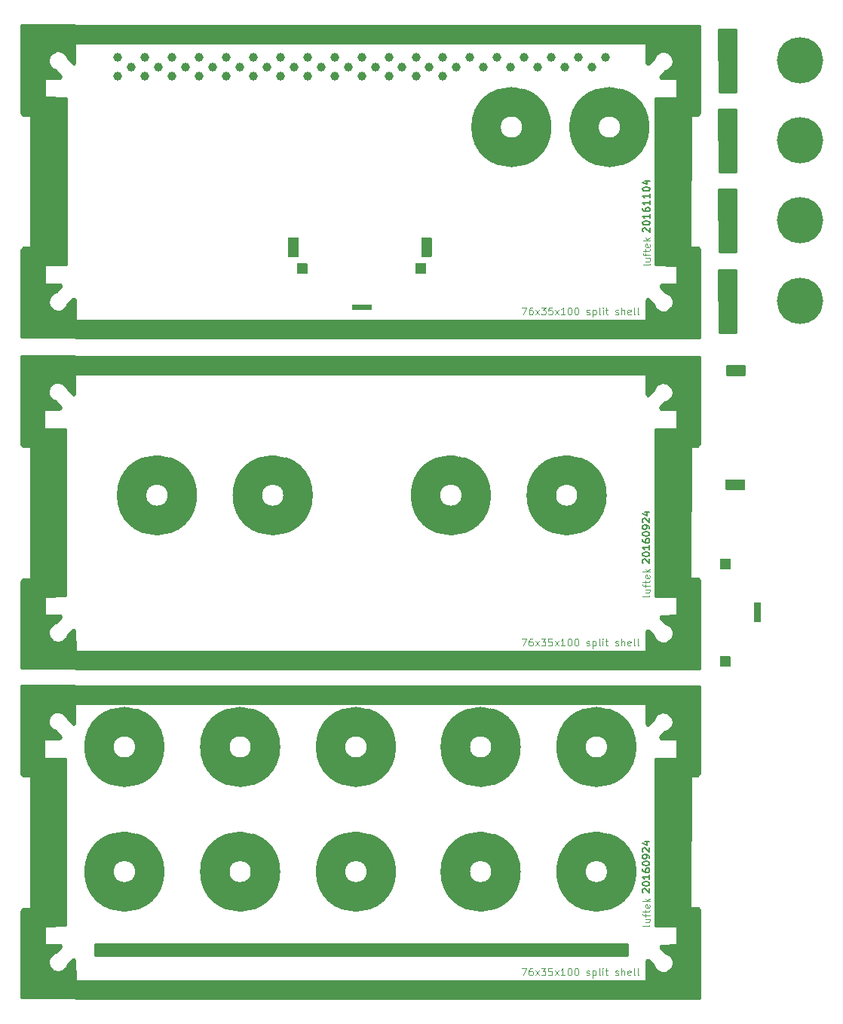
<source format=gts>
%MOIN*%
%OFA0B0*%
%FSLAX46Y46*%
%IPPOS*%
%LPD*%
%ADD10C,0.005905511811023622*%
%ADD11C,0.0039370078740157488*%
%ADD12C,0.027559055118110236*%
%ADD13C,0.053149606299212608*%
%ADD14C,0.11811023622047245*%
%ADD15C,0.03937007874015748*%
%ADD16C,0.047244094488188976*%
%ADD17C,0.023622047244094488*%
%ADD18C,0.01*%
%ADD29C,0.005905511811023622*%
%ADD30C,0.20472440944881892*%
%ADD31C,0.01*%
%ADD42C,0.005905511811023622*%
%ADD43C,0.20472440944881892*%
%ADD44C,0.01*%
%ADD55C,0.005905511811023622*%
%ADD56C,0.20472440944881892*%
%ADD57C,0.01*%
%ADD68C,0.005905511811023622*%
%ADD69C,0.20472440944881892*%
%ADD70C,0.01*%
%ADD81C,0.005905511811023622*%
%ADD92C,0.005905511811023622*%
%ADD103C,0.005905511811023622*%
%ADD104C,0.0039370078740157488*%
%ADD105C,0.027559055118110236*%
%ADD106C,0.053149606299212608*%
%ADD107C,0.11811023622047245*%
%ADD108C,0.01*%
%ADD119C,0.005905511811023622*%
%ADD120C,0.0039370078740157488*%
%ADD121C,0.027559055118110236*%
%ADD122C,0.053149606299212608*%
%ADD123C,0.11811023622047245*%
%ADD124C,0.01*%
%LPD*%
G01G01G01G01G01G01G01G01*
D10*
D11*
X0002773485Y0003245424D02*
X0002771985Y0003242426D01*
X0002768986Y0003240926D01*
X0002741989Y0003240926D01*
X0002752488Y0003270922D02*
X0002773485Y0003270922D01*
X0002752488Y0003257424D02*
X0002768986Y0003257424D01*
X0002771985Y0003258924D01*
X0002773485Y0003261923D01*
X0002773485Y0003266423D01*
X0002771985Y0003269422D01*
X0002770485Y0003270922D01*
X0002752488Y0003281421D02*
X0002752488Y0003293419D01*
X0002773485Y0003285920D02*
X0002746488Y0003285920D01*
X0002743489Y0003287420D01*
X0002741989Y0003290420D01*
X0002741989Y0003293419D01*
X0002752488Y0003299418D02*
X0002752488Y0003311417D01*
X0002741989Y0003303917D02*
X0002768986Y0003303917D01*
X0002771985Y0003305418D01*
X0002773485Y0003308418D01*
X0002773485Y0003311417D01*
X0002771985Y0003333914D02*
X0002773485Y0003330915D01*
X0002773485Y0003324916D01*
X0002771985Y0003321916D01*
X0002768986Y0003320416D01*
X0002756986Y0003320416D01*
X0002753987Y0003321916D01*
X0002752488Y0003324916D01*
X0002752488Y0003330915D01*
X0002753987Y0003333914D01*
X0002756986Y0003335414D01*
X0002759987Y0003335414D01*
X0002762985Y0003320416D01*
X0002773485Y0003348913D02*
X0002741989Y0003348913D01*
X0002761486Y0003351912D02*
X0002773485Y0003360911D01*
X0002752488Y0003360911D02*
X0002764486Y0003348913D01*
D10*
X0002743414Y0003387566D02*
X0002741914Y0003389065D01*
X0002740414Y0003392065D01*
X0002740414Y0003399564D01*
X0002741914Y0003402563D01*
X0002743414Y0003404063D01*
X0002746413Y0003405563D01*
X0002749413Y0003405563D01*
X0002753912Y0003404063D01*
X0002771910Y0003386066D01*
X0002771910Y0003405563D01*
X0002740414Y0003425061D02*
X0002740414Y0003428060D01*
X0002741914Y0003431060D01*
X0002743414Y0003432560D01*
X0002746413Y0003434060D01*
X0002752413Y0003435560D01*
X0002759912Y0003435560D01*
X0002765911Y0003434060D01*
X0002768911Y0003432560D01*
X0002770410Y0003431060D01*
X0002771910Y0003428060D01*
X0002771910Y0003425061D01*
X0002770410Y0003422061D01*
X0002768911Y0003420561D01*
X0002765911Y0003419062D01*
X0002759912Y0003417562D01*
X0002752413Y0003417562D01*
X0002746413Y0003419062D01*
X0002743414Y0003420561D01*
X0002741914Y0003422061D01*
X0002740414Y0003425061D01*
X0002771910Y0003465556D02*
X0002771910Y0003447558D01*
X0002771910Y0003456557D02*
X0002740414Y0003456557D01*
X0002744914Y0003453557D01*
X0002747913Y0003450558D01*
X0002749413Y0003447558D01*
X0002740414Y0003492552D02*
X0002740414Y0003486553D01*
X0002741914Y0003483554D01*
X0002743414Y0003482054D01*
X0002747913Y0003479054D01*
X0002753912Y0003477553D01*
X0002765911Y0003477553D01*
X0002768911Y0003479054D01*
X0002770410Y0003480554D01*
X0002771910Y0003483554D01*
X0002771910Y0003489553D01*
X0002770410Y0003492552D01*
X0002768911Y0003494052D01*
X0002765911Y0003495552D01*
X0002758412Y0003495552D01*
X0002755412Y0003494052D01*
X0002753912Y0003492552D01*
X0002752413Y0003489553D01*
X0002752413Y0003483554D01*
X0002753912Y0003480554D01*
X0002755412Y0003479054D01*
X0002758412Y0003477553D01*
X0002771910Y0003525548D02*
X0002771910Y0003507551D01*
X0002771910Y0003516549D02*
X0002740414Y0003516549D01*
X0002744914Y0003513550D01*
X0002747913Y0003510550D01*
X0002749413Y0003507551D01*
X0002771910Y0003555545D02*
X0002771910Y0003537546D01*
X0002771910Y0003546546D02*
X0002740414Y0003546546D01*
X0002744914Y0003543546D01*
X0002747913Y0003540546D01*
X0002749413Y0003537546D01*
X0002740414Y0003575042D02*
X0002740414Y0003578042D01*
X0002741914Y0003581041D01*
X0002743414Y0003582541D01*
X0002746413Y0003584041D01*
X0002752413Y0003585541D01*
X0002759912Y0003585541D01*
X0002765911Y0003584041D01*
X0002768911Y0003582541D01*
X0002770410Y0003581041D01*
X0002771910Y0003578042D01*
X0002771910Y0003575042D01*
X0002770410Y0003572042D01*
X0002768911Y0003570543D01*
X0002765911Y0003569043D01*
X0002759912Y0003567543D01*
X0002752413Y0003567543D01*
X0002746413Y0003569043D01*
X0002743414Y0003570543D01*
X0002741914Y0003572042D01*
X0002740414Y0003575042D01*
X0002750913Y0003612536D02*
X0002771910Y0003612536D01*
X0002738914Y0003605038D02*
X0002761412Y0003597539D01*
X0002761412Y0003617037D01*
D11*
X0002206818Y0003053242D02*
X0002227816Y0003053242D01*
X0002214317Y0003021747D01*
X0002253312Y0003053242D02*
X0002247313Y0003053242D01*
X0002244314Y0003051743D01*
X0002242814Y0003050244D01*
X0002239814Y0003045744D01*
X0002238314Y0003039745D01*
X0002238314Y0003027746D01*
X0002239814Y0003024747D01*
X0002241314Y0003023247D01*
X0002244314Y0003021747D01*
X0002250313Y0003021747D01*
X0002253312Y0003023247D01*
X0002254812Y0003024747D01*
X0002256312Y0003027746D01*
X0002256312Y0003035246D01*
X0002254812Y0003038245D01*
X0002253312Y0003039745D01*
X0002250313Y0003041245D01*
X0002244314Y0003041245D01*
X0002241314Y0003039745D01*
X0002239814Y0003038245D01*
X0002238314Y0003035246D01*
X0002266811Y0003021747D02*
X0002283309Y0003042744D01*
X0002266811Y0003042744D02*
X0002283309Y0003021747D01*
X0002292308Y0003053242D02*
X0002311805Y0003053242D01*
X0002301307Y0003041245D01*
X0002305806Y0003041245D01*
X0002308806Y0003039745D01*
X0002310305Y0003038245D01*
X0002311805Y0003035246D01*
X0002311805Y0003027746D01*
X0002310305Y0003024747D01*
X0002308806Y0003023247D01*
X0002305806Y0003021747D01*
X0002296807Y0003021747D01*
X0002293807Y0003023247D01*
X0002292308Y0003024747D01*
X0002340302Y0003053242D02*
X0002325304Y0003053242D01*
X0002323804Y0003038245D01*
X0002325304Y0003039745D01*
X0002328303Y0003041245D01*
X0002335802Y0003041245D01*
X0002338802Y0003039745D01*
X0002340302Y0003038245D01*
X0002341801Y0003035246D01*
X0002341801Y0003027746D01*
X0002340302Y0003024747D01*
X0002338802Y0003023247D01*
X0002335802Y0003021747D01*
X0002328303Y0003021747D01*
X0002325304Y0003023247D01*
X0002323804Y0003024747D01*
X0002352300Y0003021747D02*
X0002368798Y0003042744D01*
X0002352300Y0003042744D02*
X0002368798Y0003021747D01*
X0002397295Y0003021747D02*
X0002379297Y0003021747D01*
X0002388296Y0003021747D02*
X0002388296Y0003053242D01*
X0002385296Y0003048743D01*
X0002382296Y0003045744D01*
X0002379297Y0003044244D01*
X0002416792Y0003053242D02*
X0002419792Y0003053242D01*
X0002422791Y0003051743D01*
X0002424291Y0003050244D01*
X0002425791Y0003047244D01*
X0002427291Y0003041245D01*
X0002427291Y0003033746D01*
X0002425791Y0003027746D01*
X0002424291Y0003024747D01*
X0002422791Y0003023247D01*
X0002419792Y0003021747D01*
X0002416792Y0003021747D01*
X0002413792Y0003023247D01*
X0002412293Y0003024747D01*
X0002410793Y0003027746D01*
X0002409293Y0003033746D01*
X0002409293Y0003041245D01*
X0002410793Y0003047244D01*
X0002412293Y0003050244D01*
X0002413792Y0003051743D01*
X0002416792Y0003053242D01*
X0002446788Y0003053242D02*
X0002449788Y0003053242D01*
X0002452788Y0003051743D01*
X0002454287Y0003050244D01*
X0002455787Y0003047244D01*
X0002457287Y0003041245D01*
X0002457287Y0003033746D01*
X0002455787Y0003027746D01*
X0002454287Y0003024747D01*
X0002452788Y0003023247D01*
X0002449788Y0003021747D01*
X0002446788Y0003021747D01*
X0002443789Y0003023247D01*
X0002442289Y0003024747D01*
X0002440789Y0003027746D01*
X0002439289Y0003033746D01*
X0002439289Y0003041245D01*
X0002440789Y0003047244D01*
X0002442289Y0003050244D01*
X0002443789Y0003051743D01*
X0002446788Y0003053242D01*
X0002493282Y0003023247D02*
X0002496282Y0003021747D01*
X0002502281Y0003021747D01*
X0002505281Y0003023247D01*
X0002506781Y0003026247D01*
X0002506781Y0003027746D01*
X0002505281Y0003030746D01*
X0002502281Y0003032246D01*
X0002497782Y0003032246D01*
X0002494782Y0003033746D01*
X0002493282Y0003036745D01*
X0002493282Y0003038245D01*
X0002494782Y0003041245D01*
X0002497782Y0003042744D01*
X0002502281Y0003042744D01*
X0002505281Y0003041245D01*
X0002520279Y0003042744D02*
X0002520279Y0003011249D01*
X0002520279Y0003041245D02*
X0002523279Y0003042744D01*
X0002529278Y0003042744D01*
X0002532278Y0003041245D01*
X0002533777Y0003039745D01*
X0002535277Y0003036745D01*
X0002535277Y0003027746D01*
X0002533777Y0003024747D01*
X0002532278Y0003023247D01*
X0002529278Y0003021747D01*
X0002523279Y0003021747D01*
X0002520279Y0003023247D01*
X0002553275Y0003021747D02*
X0002550275Y0003023247D01*
X0002548776Y0003026247D01*
X0002548776Y0003053242D01*
X0002565274Y0003021747D02*
X0002565274Y0003042744D01*
X0002565274Y0003053242D02*
X0002563774Y0003051743D01*
X0002565274Y0003050244D01*
X0002566773Y0003051743D01*
X0002565274Y0003053242D01*
X0002565274Y0003050244D01*
X0002575772Y0003042744D02*
X0002587771Y0003042744D01*
X0002580271Y0003053242D02*
X0002580271Y0003026247D01*
X0002581771Y0003023247D01*
X0002584771Y0003021747D01*
X0002587771Y0003021747D01*
X0002620767Y0003023247D02*
X0002623766Y0003021747D01*
X0002629765Y0003021747D01*
X0002632765Y0003023247D01*
X0002634265Y0003026247D01*
X0002634265Y0003027746D01*
X0002632765Y0003030746D01*
X0002629765Y0003032246D01*
X0002625266Y0003032246D01*
X0002622266Y0003033746D01*
X0002620767Y0003036745D01*
X0002620767Y0003038245D01*
X0002622266Y0003041245D01*
X0002625266Y0003042744D01*
X0002629765Y0003042744D01*
X0002632765Y0003041245D01*
X0002647763Y0003021747D02*
X0002647763Y0003053242D01*
X0002661262Y0003021747D02*
X0002661262Y0003038245D01*
X0002659762Y0003041245D01*
X0002656762Y0003042744D01*
X0002652263Y0003042744D01*
X0002649262Y0003041245D01*
X0002647763Y0003039745D01*
X0002688258Y0003023247D02*
X0002685259Y0003021747D01*
X0002679259Y0003021747D01*
X0002676260Y0003023247D01*
X0002674760Y0003026247D01*
X0002674760Y0003038245D01*
X0002676260Y0003041245D01*
X0002679259Y0003042744D01*
X0002685259Y0003042744D01*
X0002688258Y0003041245D01*
X0002689758Y0003038245D01*
X0002689758Y0003035246D01*
X0002674760Y0003032246D01*
X0002707756Y0003021747D02*
X0002704756Y0003023247D01*
X0002703256Y0003026247D01*
X0002703256Y0003053242D01*
X0002724254Y0003021747D02*
X0002721254Y0003023247D01*
X0002719753Y0003026247D01*
X0002719753Y0003053242D01*
D12*
X0002275387Y0003928762D02*
X0002275387Y0003772463D01*
D13*
X0002311214Y0003850810D02*
G75*
G03G03G03G03X0002311214Y0003850810I-0000150787D01X0002311214Y0003850810I-0000150787D01X0002311214Y0003850810I-0000150787D01G03G03X0002311214Y0003850810I-0000150787D01G03G03X0002311214Y0003850810I-0000150787D01X0002311214Y0003850810I-0000150787D01X0002311214Y0003850810I-0000150787D01X0002311214Y0003850810I-0000150787D01*
G01G01G01G01G01G01G01G01*
D14*
X0002265151Y0003850810D02*
G75*
G03G03G03G03X0002265151Y0003850810I-0000104724D01X0002265151Y0003850810I-0000104724D01X0002265151Y0003850810I-0000104724D01G03G03X0002265151Y0003850810I-0000104724D01G03G03X0002265151Y0003850810I-0000104724D01X0002265151Y0003850810I-0000104724D01X0002265151Y0003850810I-0000104724D01X0002265151Y0003850810I-0000104724D01*
G01G01G01G01G01G01G01G01*
X0002698222Y0003850810D02*
G75*
G03G03G03G03X0002698222Y0003850810I-0000104724D01X0002698222Y0003850810I-0000104724D01X0002698222Y0003850810I-0000104724D01G03G03X0002698222Y0003850810I-0000104724D01G03G03X0002698222Y0003850810I-0000104724D01X0002698222Y0003850810I-0000104724D01X0002698222Y0003850810I-0000104724D01X0002698222Y0003850810I-0000104724D01*
G01G01G01G01G01G01G01G01*
D13*
X0002744285Y0003850810D02*
G75*
G03G03G03G03X0002744285Y0003850810I-0000150787D01X0002744285Y0003850810I-0000150787D01X0002744285Y0003850810I-0000150787D01G03G03X0002744285Y0003850810I-0000150787D01G03G03X0002744285Y0003850810I-0000150787D01X0002744285Y0003850810I-0000150787D01X0002744285Y0003850810I-0000150787D01X0002744285Y0003850810I-0000150787D01*
G01G01G01G01G01G01G01G01*
D12*
X0002708457Y0003928762D02*
X0002708457Y0003772463D01*
D15*
X0001858115Y0004076545D03*
X0001738213Y0004076545D03*
X0001618312Y0004076545D03*
X0001498410Y0004076545D03*
X0001378508Y0004076545D03*
X0001258607Y0004076545D03*
X0001138705Y0004076545D03*
X0001018804Y0004076545D03*
X0000898902Y0004076545D03*
X0000779001Y0004076545D03*
X0000659099Y0004076545D03*
X0000539197Y0004076545D03*
X0000419296Y0004076545D03*
X0000718942Y0004117491D03*
X0000838843Y0004117491D03*
X0000479138Y0004117491D03*
X0001078646Y0004117491D03*
X0000599040Y0004117491D03*
X0000958745Y0004117491D03*
X0001917957Y0004117491D03*
X0001318449Y0004117491D03*
X0001438351Y0004117491D03*
X0001678154Y0004117491D03*
X0001798056Y0004117491D03*
X0001558253Y0004117491D03*
X0001198548Y0004117491D03*
X0002517465Y0004117491D03*
X0002157760Y0004117491D03*
X0002277662Y0004117491D03*
X0002397564Y0004117491D03*
X0002037859Y0004117491D03*
X0002577524Y0004159224D03*
X0002457623Y0004159224D03*
X0002337721Y0004159224D03*
X0002217819Y0004159224D03*
X0002097918Y0004159224D03*
X0001978016Y0004159224D03*
X0001858115Y0004159224D03*
X0001738213Y0004159224D03*
X0001618312Y0004159224D03*
X0001498410Y0004159224D03*
X0001378508Y0004159224D03*
X0001258607Y0004159224D03*
X0001138705Y0004159224D03*
X0001018804Y0004159224D03*
X0000898902Y0004159224D03*
X0000779001Y0004159224D03*
X0000659099Y0004159224D03*
X0000539197Y0004159224D03*
X0000419296Y0004159224D03*
D10*
G36*
X0001255575Y0003248653D02*
X0001256034Y0003248585D01*
X0001256483Y0003248472D01*
X0001256920Y0003248316D01*
X0001257339Y0003248118D01*
X0001257737Y0003247880D01*
X0001258109Y0003247602D01*
X0001258453Y0003247292D01*
X0001258764Y0003246949D01*
X0001259040Y0003246576D01*
X0001259278Y0003246179D01*
X0001259477Y0003245759D01*
X0001259633Y0003245323D01*
X0001259745Y0003244872D01*
X0001259814Y0003244415D01*
X0001259836Y0003243950D01*
X0001259836Y0003206156D01*
X0001259814Y0003205693D01*
X0001259745Y0003205235D01*
X0001259633Y0003204785D01*
X0001259477Y0003204347D01*
X0001259278Y0003203929D01*
X0001259040Y0003203531D01*
X0001258764Y0003203159D01*
X0001258453Y0003202816D01*
X0001258109Y0003202504D01*
X0001257737Y0003202228D01*
X0001257339Y0003201990D01*
X0001256920Y0003201790D01*
X0001256483Y0003201635D01*
X0001256034Y0003201523D01*
X0001255575Y0003201455D01*
X0001255112Y0003201432D01*
X0001217317Y0003201432D01*
X0001216854Y0003201455D01*
X0001216395Y0003201523D01*
X0001215945Y0003201635D01*
X0001215509Y0003201790D01*
X0001215090Y0003201990D01*
X0001214692Y0003202228D01*
X0001214319Y0003202504D01*
X0001213976Y0003202816D01*
X0001213665Y0003203159D01*
X0001213388Y0003203531D01*
X0001213150Y0003203929D01*
X0001212952Y0003204347D01*
X0001212796Y0003204785D01*
X0001212683Y0003205235D01*
X0001212615Y0003205693D01*
X0001212592Y0003206156D01*
X0001212592Y0003243950D01*
X0001212615Y0003244415D01*
X0001212683Y0003244872D01*
X0001212796Y0003245323D01*
X0001212952Y0003245759D01*
X0001213150Y0003246179D01*
X0001213388Y0003246576D01*
X0001213665Y0003246949D01*
X0001213976Y0003247292D01*
X0001214319Y0003247602D01*
X0001214692Y0003247880D01*
X0001215090Y0003248118D01*
X0001215509Y0003248316D01*
X0001215945Y0003248472D01*
X0001216395Y0003248585D01*
X0001216854Y0003248653D01*
X0001217317Y0003248676D01*
X0001255112Y0003248676D01*
X0001255575Y0003248653D01*
X0001255575Y0003248653D01*
G37*
D16*
X0001236214Y0003225053D03*
D10*
G36*
X0001779591Y0003249047D02*
X0001780049Y0003248979D01*
X0001780499Y0003248866D01*
X0001780936Y0003248710D01*
X0001781355Y0003248512D01*
X0001781752Y0003248273D01*
X0001782125Y0003247997D01*
X0001782468Y0003247686D01*
X0001782780Y0003247342D01*
X0001783056Y0003246970D01*
X0001783294Y0003246572D01*
X0001783492Y0003246153D01*
X0001783649Y0003245717D01*
X0001783759Y0003245267D01*
X0001783829Y0003244808D01*
X0001783852Y0003244345D01*
X0001783852Y0003206550D01*
X0001783829Y0003206087D01*
X0001783759Y0003205628D01*
X0001783649Y0003205178D01*
X0001783492Y0003204742D01*
X0001783294Y0003204323D01*
X0001783056Y0003203925D01*
X0001782780Y0003203553D01*
X0001782468Y0003203208D01*
X0001782125Y0003202898D01*
X0001781752Y0003202622D01*
X0001781355Y0003202382D01*
X0001780936Y0003202185D01*
X0001780499Y0003202029D01*
X0001780049Y0003201916D01*
X0001779591Y0003201848D01*
X0001779128Y0003201825D01*
X0001741331Y0003201825D01*
X0001740869Y0003201848D01*
X0001740411Y0003201916D01*
X0001739960Y0003202029D01*
X0001739524Y0003202185D01*
X0001739105Y0003202382D01*
X0001738708Y0003202622D01*
X0001738335Y0003202898D01*
X0001737990Y0003203208D01*
X0001737680Y0003203553D01*
X0001737404Y0003203925D01*
X0001737166Y0003204323D01*
X0001736968Y0003204742D01*
X0001736811Y0003205178D01*
X0001736699Y0003205628D01*
X0001736631Y0003206087D01*
X0001736608Y0003206550D01*
X0001736608Y0003244345D01*
X0001736631Y0003244808D01*
X0001736699Y0003245267D01*
X0001736811Y0003245717D01*
X0001736968Y0003246153D01*
X0001737166Y0003246572D01*
X0001737404Y0003246970D01*
X0001737680Y0003247342D01*
X0001737990Y0003247686D01*
X0001738335Y0003247997D01*
X0001738708Y0003248273D01*
X0001739105Y0003248512D01*
X0001739524Y0003248710D01*
X0001739960Y0003248866D01*
X0001740411Y0003248979D01*
X0001740869Y0003249047D01*
X0001741331Y0003249070D01*
X0001779128Y0003249070D01*
X0001779591Y0003249047D01*
X0001779591Y0003249047D01*
G37*
D16*
X0001760230Y0003225448D03*
D10*
G36*
X0001540383Y0003066775D02*
X0001540612Y0003066741D01*
X0001540837Y0003066683D01*
X0001541055Y0003066606D01*
X0001541265Y0003066507D01*
X0001541462Y0003066388D01*
X0001541648Y0003066250D01*
X0001541822Y0003066094D01*
X0001541977Y0003065922D01*
X0001542115Y0003065736D01*
X0001542234Y0003065537D01*
X0001542334Y0003065328D01*
X0001542412Y0003065110D01*
X0001542468Y0003064885D01*
X0001542502Y0003064655D01*
X0001542513Y0003064424D01*
X0001542513Y0003045526D01*
X0001542502Y0003045294D01*
X0001542468Y0003045065D01*
X0001542412Y0003044841D01*
X0001542334Y0003044622D01*
X0001542234Y0003044413D01*
X0001542115Y0003044214D01*
X0001541977Y0003044028D01*
X0001541822Y0003043856D01*
X0001541648Y0003043700D01*
X0001541462Y0003043562D01*
X0001541265Y0003043443D01*
X0001541055Y0003043344D01*
X0001540837Y0003043266D01*
X0001540612Y0003043209D01*
X0001540383Y0003043175D01*
X0001540151Y0003043164D01*
X0001458261Y0003043164D01*
X0001458030Y0003043175D01*
X0001457799Y0003043209D01*
X0001457576Y0003043266D01*
X0001457357Y0003043344D01*
X0001457148Y0003043443D01*
X0001456949Y0003043562D01*
X0001456763Y0003043700D01*
X0001456591Y0003043856D01*
X0001456435Y0003044028D01*
X0001456297Y0003044214D01*
X0001456178Y0003044413D01*
X0001456079Y0003044622D01*
X0001456001Y0003044841D01*
X0001455945Y0003045065D01*
X0001455911Y0003045294D01*
X0001455899Y0003045526D01*
X0001455899Y0003064424D01*
X0001455911Y0003064655D01*
X0001455945Y0003064885D01*
X0001456001Y0003065110D01*
X0001456079Y0003065328D01*
X0001456178Y0003065537D01*
X0001456297Y0003065736D01*
X0001456435Y0003065922D01*
X0001456591Y0003066094D01*
X0001456763Y0003066250D01*
X0001456949Y0003066388D01*
X0001457148Y0003066507D01*
X0001457357Y0003066606D01*
X0001457576Y0003066683D01*
X0001457799Y0003066741D01*
X0001458030Y0003066775D01*
X0001458261Y0003066786D01*
X0001540151Y0003066786D01*
X0001540383Y0003066775D01*
X0001540383Y0003066775D01*
G37*
D17*
X0001499206Y0003054975D03*
D10*
G36*
X0001216205Y0003362351D02*
X0001216663Y0003362283D01*
X0001217113Y0003362170D01*
X0001217550Y0003362014D01*
X0001217969Y0003361816D01*
X0001218367Y0003361577D01*
X0001218739Y0003361301D01*
X0001219082Y0003360990D01*
X0001219394Y0003360646D01*
X0001219670Y0003360274D01*
X0001219908Y0003359876D01*
X0001220107Y0003359457D01*
X0001220263Y0003359020D01*
X0001220375Y0003358571D01*
X0001220443Y0003358112D01*
X0001220466Y0003357649D01*
X0001220466Y0003280484D01*
X0001220443Y0003280021D01*
X0001220375Y0003279562D01*
X0001220263Y0003279112D01*
X0001220107Y0003278676D01*
X0001219908Y0003278256D01*
X0001219670Y0003277859D01*
X0001219394Y0003277486D01*
X0001219082Y0003277143D01*
X0001218739Y0003276832D01*
X0001218367Y0003276555D01*
X0001217969Y0003276317D01*
X0001217550Y0003276119D01*
X0001217113Y0003275963D01*
X0001216663Y0003275850D01*
X0001216205Y0003275782D01*
X0001215742Y0003275759D01*
X0001177947Y0003275759D01*
X0001177483Y0003275782D01*
X0001177025Y0003275850D01*
X0001176575Y0003275963D01*
X0001176139Y0003276119D01*
X0001175719Y0003276317D01*
X0001175322Y0003276555D01*
X0001174949Y0003276832D01*
X0001174606Y0003277143D01*
X0001174295Y0003277486D01*
X0001174018Y0003277859D01*
X0001173780Y0003278256D01*
X0001173582Y0003278676D01*
X0001173426Y0003279112D01*
X0001173313Y0003279562D01*
X0001173245Y0003280021D01*
X0001173222Y0003280484D01*
X0001173222Y0003357649D01*
X0001173245Y0003358112D01*
X0001173313Y0003358571D01*
X0001173426Y0003359020D01*
X0001173582Y0003359457D01*
X0001173780Y0003359876D01*
X0001174018Y0003360274D01*
X0001174295Y0003360646D01*
X0001174606Y0003360990D01*
X0001174949Y0003361301D01*
X0001175322Y0003361577D01*
X0001175719Y0003361816D01*
X0001176139Y0003362014D01*
X0001176575Y0003362170D01*
X0001177025Y0003362283D01*
X0001177483Y0003362351D01*
X0001177947Y0003362373D01*
X0001215742Y0003362373D01*
X0001216205Y0003362351D01*
X0001216205Y0003362351D01*
G37*
D16*
X0001196844Y0003319066D03*
D10*
G36*
X0001804788Y0003362547D02*
X0001805246Y0003362479D01*
X0001805696Y0003362367D01*
X0001806132Y0003362211D01*
X0001806552Y0003362012D01*
X0001806949Y0003361774D01*
X0001807322Y0003361498D01*
X0001807665Y0003361186D01*
X0001807976Y0003360843D01*
X0001808253Y0003360470D01*
X0001808491Y0003360073D01*
X0001808689Y0003359654D01*
X0001808845Y0003359217D01*
X0001808958Y0003358767D01*
X0001809026Y0003358309D01*
X0001809048Y0003357846D01*
X0001809048Y0003280680D01*
X0001809026Y0003280217D01*
X0001808958Y0003279758D01*
X0001808845Y0003279309D01*
X0001808689Y0003278872D01*
X0001808491Y0003278453D01*
X0001808253Y0003278056D01*
X0001807976Y0003277683D01*
X0001807665Y0003277339D01*
X0001807322Y0003277028D01*
X0001806949Y0003276752D01*
X0001806552Y0003276514D01*
X0001806132Y0003276316D01*
X0001805696Y0003276159D01*
X0001805246Y0003276047D01*
X0001804788Y0003275979D01*
X0001804324Y0003275956D01*
X0001766529Y0003275956D01*
X0001766066Y0003275979D01*
X0001765607Y0003276047D01*
X0001765158Y0003276159D01*
X0001764721Y0003276316D01*
X0001764302Y0003276514D01*
X0001763904Y0003276752D01*
X0001763532Y0003277028D01*
X0001763189Y0003277339D01*
X0001762877Y0003277683D01*
X0001762601Y0003278056D01*
X0001762363Y0003278453D01*
X0001762163Y0003278872D01*
X0001762008Y0003279309D01*
X0001761895Y0003279758D01*
X0001761828Y0003280217D01*
X0001761805Y0003280680D01*
X0001761805Y0003357846D01*
X0001761828Y0003358309D01*
X0001761895Y0003358767D01*
X0001762008Y0003359217D01*
X0001762163Y0003359654D01*
X0001762363Y0003360073D01*
X0001762601Y0003360470D01*
X0001762877Y0003360843D01*
X0001763189Y0003361186D01*
X0001763532Y0003361498D01*
X0001763904Y0003361774D01*
X0001764302Y0003362012D01*
X0001764721Y0003362211D01*
X0001765158Y0003362367D01*
X0001765607Y0003362479D01*
X0001766066Y0003362547D01*
X0001766529Y0003362570D01*
X0001804324Y0003362570D01*
X0001804788Y0003362547D01*
X0001804788Y0003362547D01*
G37*
D16*
X0001785426Y0003319263D03*
D18*
G36*
X0002788950Y0004298716D02*
X0002778882Y0004224065D01*
X0000189108Y0004223280D01*
X0000190153Y0004300677D01*
X0002788950Y0004298716D01*
X0002788950Y0004298716D01*
G37*
X0002788950Y0004298716D02*
X0002778882Y0004224065D01*
X0000189108Y0004223280D01*
X0000190153Y0004300677D01*
X0002788950Y0004298716D01*
G36*
X0002761301Y0002919737D02*
X0000233898Y0002920521D01*
X0000233550Y0002995958D01*
X0002760952Y0002996742D01*
X0002761301Y0002919737D01*
X0002761301Y0002919737D01*
G37*
X0002761301Y0002919737D02*
X0000233898Y0002920521D01*
X0000233550Y0002995958D01*
X0002760952Y0002996742D01*
X0002761301Y0002919737D01*
G36*
X0002994396Y0003916011D02*
X0002985083Y0003903594D01*
X0002957661Y0003903594D01*
X0002955749Y0003903213D01*
X0002954126Y0003902129D01*
X0002953043Y0003900507D01*
X0002952662Y0003898603D01*
X0002951481Y0003323801D01*
X0002951858Y0003321887D01*
X0002952938Y0003320262D01*
X0002954558Y0003319174D01*
X0002956481Y0003318791D01*
X0002985512Y0003318791D01*
X0002994394Y0003309909D01*
X0002994394Y0002919342D01*
X0002757915Y0002919342D01*
X0002757544Y0003000970D01*
X0002757544Y0003085904D01*
X0002760510Y0003089859D01*
X0002762683Y0003090862D01*
X0002766852Y0003089472D01*
X0002790203Y0003067581D01*
X0002793380Y0003055582D01*
X0002794790Y0003053217D01*
X0002807782Y0003041013D01*
X0002809307Y0003040030D01*
X0002824662Y0003033732D01*
X0002826560Y0003033358D01*
X0002841520Y0003033358D01*
X0002844015Y0003034025D01*
X0002857007Y0003041505D01*
X0002857825Y0003042093D01*
X0002868060Y0003051148D01*
X0002869367Y0003052978D01*
X0002876059Y0003069120D01*
X0002876439Y0003071182D01*
X0002876046Y0003084568D01*
X0002875699Y0003086252D01*
X0002870582Y0003099245D01*
X0002869594Y0003100815D01*
X0002859357Y0003111839D01*
X0002857691Y0003113020D01*
X0002843186Y0003119343D01*
X0002820832Y0003141329D01*
X0002819260Y0003147618D01*
X0002821255Y0003151607D01*
X0002827032Y0003154633D01*
X0002888827Y0003155405D01*
X0002890735Y0003155810D01*
X0002892343Y0003156914D01*
X0002893407Y0003158549D01*
X0002893764Y0003160404D01*
X0002893764Y0003235207D01*
X0002893384Y0003237121D01*
X0002892300Y0003238744D01*
X0002890677Y0003239827D01*
X0002888825Y0003240208D01*
X0002796917Y0003241328D01*
X0002797305Y0003978715D01*
X0002887666Y0003980209D01*
X0002889573Y0003980621D01*
X0002891177Y0003981731D01*
X0002892234Y0003983370D01*
X0002892583Y0003985182D01*
X0002892977Y0004060773D01*
X0002892606Y0004062687D01*
X0002891531Y0004064316D01*
X0002889914Y0004065407D01*
X0002888006Y0004065798D01*
X0002823024Y0004066181D01*
X0002819498Y0004069454D01*
X0002817704Y0004072593D01*
X0002818508Y0004076005D01*
X0002840767Y0004098631D01*
X0002852331Y0004102966D01*
X0002854017Y0004104021D01*
X0002869371Y0004118589D01*
X0002870683Y0004120666D01*
X0002876588Y0004138776D01*
X0002876669Y0004141603D01*
X0002871158Y0004162467D01*
X0002869906Y0004164678D01*
X0002855339Y0004179641D01*
X0002853731Y0004180746D01*
X0002852620Y0004181078D01*
X0002830179Y0004185015D01*
X0002828103Y0004184941D01*
X0002813930Y0004181396D01*
X0002811941Y0004180388D01*
X0002797768Y0004168577D01*
X0002796364Y0004166684D01*
X0002788157Y0004147284D01*
X0002766444Y0004128515D01*
X0002764503Y0004127739D01*
X0002761445Y0004128147D01*
X0002759207Y0004130181D01*
X0002757145Y0004136069D01*
X0002756757Y0004217795D01*
X0002760096Y0004299037D01*
X0002810741Y0004298319D01*
X0002810843Y0004298318D01*
X0002994783Y0004299468D01*
X0002994396Y0003916011D01*
X0002994396Y0003916011D01*
G37*
X0002994396Y0003916011D02*
X0002985083Y0003903594D01*
X0002957661Y0003903594D01*
X0002955749Y0003903213D01*
X0002954126Y0003902129D01*
X0002953043Y0003900507D01*
X0002952662Y0003898603D01*
X0002951481Y0003323801D01*
X0002951858Y0003321887D01*
X0002952938Y0003320262D01*
X0002954558Y0003319174D01*
X0002956481Y0003318791D01*
X0002985512Y0003318791D01*
X0002994394Y0003309909D01*
X0002994394Y0002919342D01*
X0002757915Y0002919342D01*
X0002757544Y0003000970D01*
X0002757544Y0003085904D01*
X0002760510Y0003089859D01*
X0002762683Y0003090862D01*
X0002766852Y0003089472D01*
X0002790203Y0003067581D01*
X0002793380Y0003055582D01*
X0002794790Y0003053217D01*
X0002807782Y0003041013D01*
X0002809307Y0003040030D01*
X0002824662Y0003033732D01*
X0002826560Y0003033358D01*
X0002841520Y0003033358D01*
X0002844015Y0003034025D01*
X0002857007Y0003041505D01*
X0002857825Y0003042093D01*
X0002868060Y0003051148D01*
X0002869367Y0003052978D01*
X0002876059Y0003069120D01*
X0002876439Y0003071182D01*
X0002876046Y0003084568D01*
X0002875699Y0003086252D01*
X0002870582Y0003099245D01*
X0002869594Y0003100815D01*
X0002859357Y0003111839D01*
X0002857691Y0003113020D01*
X0002843186Y0003119343D01*
X0002820832Y0003141329D01*
X0002819260Y0003147618D01*
X0002821255Y0003151607D01*
X0002827032Y0003154633D01*
X0002888827Y0003155405D01*
X0002890735Y0003155810D01*
X0002892343Y0003156914D01*
X0002893407Y0003158549D01*
X0002893764Y0003160404D01*
X0002893764Y0003235207D01*
X0002893384Y0003237121D01*
X0002892300Y0003238744D01*
X0002890677Y0003239827D01*
X0002888825Y0003240208D01*
X0002796917Y0003241328D01*
X0002797305Y0003978715D01*
X0002887666Y0003980209D01*
X0002889573Y0003980621D01*
X0002891177Y0003981731D01*
X0002892234Y0003983370D01*
X0002892583Y0003985182D01*
X0002892977Y0004060773D01*
X0002892606Y0004062687D01*
X0002891531Y0004064316D01*
X0002889914Y0004065407D01*
X0002888006Y0004065798D01*
X0002823024Y0004066181D01*
X0002819498Y0004069454D01*
X0002817704Y0004072593D01*
X0002818508Y0004076005D01*
X0002840767Y0004098631D01*
X0002852331Y0004102966D01*
X0002854017Y0004104021D01*
X0002869371Y0004118589D01*
X0002870683Y0004120666D01*
X0002876588Y0004138776D01*
X0002876669Y0004141603D01*
X0002871158Y0004162467D01*
X0002869906Y0004164678D01*
X0002855339Y0004179641D01*
X0002853731Y0004180746D01*
X0002852620Y0004181078D01*
X0002830179Y0004185015D01*
X0002828103Y0004184941D01*
X0002813930Y0004181396D01*
X0002811941Y0004180388D01*
X0002797768Y0004168577D01*
X0002796364Y0004166684D01*
X0002788157Y0004147284D01*
X0002766444Y0004128515D01*
X0002764503Y0004127739D01*
X0002761445Y0004128147D01*
X0002759207Y0004130181D01*
X0002757145Y0004136069D01*
X0002756757Y0004217795D01*
X0002760096Y0004299037D01*
X0002810741Y0004298319D01*
X0002810843Y0004298318D01*
X0002994783Y0004299468D01*
X0002994396Y0003916011D01*
G36*
X0000231402Y0004220233D02*
X0000231402Y0004135300D01*
X0000228436Y0004131344D01*
X0000226261Y0004130340D01*
X0000222093Y0004131731D01*
X0000198743Y0004153622D01*
X0000195566Y0004165621D01*
X0000194156Y0004167986D01*
X0000181164Y0004180191D01*
X0000179639Y0004181172D01*
X0000164284Y0004187471D01*
X0000162386Y0004187846D01*
X0000147426Y0004187846D01*
X0000144931Y0004187179D01*
X0000131939Y0004179699D01*
X0000131121Y0004179109D01*
X0000120885Y0004170054D01*
X0000119579Y0004168224D01*
X0000112885Y0004152084D01*
X0000112507Y0004150022D01*
X0000112900Y0004136636D01*
X0000113246Y0004134950D01*
X0000118364Y0004121958D01*
X0000119352Y0004120388D01*
X0000129589Y0004109365D01*
X0000131255Y0004108183D01*
X0000145761Y0004101860D01*
X0000168113Y0004079874D01*
X0000169684Y0004073584D01*
X0000167691Y0004069597D01*
X0000161914Y0004066569D01*
X0000100119Y0004065798D01*
X0000098211Y0004065394D01*
X0000096601Y0004064288D01*
X0000095539Y0004062654D01*
X0000095181Y0004060799D01*
X0000095181Y0003985995D01*
X0000095562Y0003984081D01*
X0000096646Y0003982460D01*
X0000098268Y0003981376D01*
X0000100121Y0003980996D01*
X0000192030Y0003979875D01*
X0000191640Y0003242488D01*
X0000101280Y0003240995D01*
X0000099373Y0003240583D01*
X0000097769Y0003239472D01*
X0000096712Y0003237832D01*
X0000096363Y0003236021D01*
X0000095969Y0003160431D01*
X0000096340Y0003158515D01*
X0000097415Y0003156888D01*
X0000099032Y0003155795D01*
X0000100940Y0003155405D01*
X0000165922Y0003155023D01*
X0000169448Y0003151749D01*
X0000171242Y0003148610D01*
X0000170438Y0003145197D01*
X0000148179Y0003122573D01*
X0000136615Y0003118236D01*
X0000134929Y0003117182D01*
X0000119575Y0003102615D01*
X0000118263Y0003100538D01*
X0000112357Y0003082427D01*
X0000112277Y0003079600D01*
X0000117788Y0003058734D01*
X0000119040Y0003056522D01*
X0000133607Y0003041562D01*
X0000135215Y0003040457D01*
X0000136326Y0003040126D01*
X0000158766Y0003036188D01*
X0000160843Y0003036263D01*
X0000175016Y0003039806D01*
X0000177005Y0003040816D01*
X0000191178Y0003052627D01*
X0000192582Y0003054520D01*
X0000200789Y0003073919D01*
X0000222502Y0003092688D01*
X0000224443Y0003093464D01*
X0000227500Y0003093057D01*
X0000229739Y0003091022D01*
X0000231800Y0003085134D01*
X0000232189Y0003003409D01*
X0000228846Y0002922073D01*
X0000156077Y0002921704D01*
X-0000005836Y0002921704D01*
X-0000005449Y0003305193D01*
X0000003862Y0003317609D01*
X0000031284Y0003317609D01*
X0000033197Y0003317990D01*
X0000034820Y0003319074D01*
X0000035903Y0003320696D01*
X0000036284Y0003322599D01*
X0000037465Y0003897402D01*
X0000037088Y0003899317D01*
X0000036008Y0003900940D01*
X0000034388Y0003902028D01*
X0000032465Y0003902413D01*
X0000003434Y0003902413D01*
X-0000005447Y0003911295D01*
X-0000005447Y0004301862D01*
X0000231031Y0004301862D01*
X0000231402Y0004220233D01*
X0000231402Y0004220233D01*
G37*
X0000231402Y0004220233D02*
X0000231402Y0004135300D01*
X0000228436Y0004131344D01*
X0000226261Y0004130340D01*
X0000222093Y0004131731D01*
X0000198743Y0004153622D01*
X0000195566Y0004165621D01*
X0000194156Y0004167986D01*
X0000181164Y0004180191D01*
X0000179639Y0004181172D01*
X0000164284Y0004187471D01*
X0000162386Y0004187846D01*
X0000147426Y0004187846D01*
X0000144931Y0004187179D01*
X0000131939Y0004179699D01*
X0000131121Y0004179109D01*
X0000120885Y0004170054D01*
X0000119579Y0004168224D01*
X0000112885Y0004152084D01*
X0000112507Y0004150022D01*
X0000112900Y0004136636D01*
X0000113246Y0004134950D01*
X0000118364Y0004121958D01*
X0000119352Y0004120388D01*
X0000129589Y0004109365D01*
X0000131255Y0004108183D01*
X0000145761Y0004101860D01*
X0000168113Y0004079874D01*
X0000169684Y0004073584D01*
X0000167691Y0004069597D01*
X0000161914Y0004066569D01*
X0000100119Y0004065798D01*
X0000098211Y0004065394D01*
X0000096601Y0004064288D01*
X0000095539Y0004062654D01*
X0000095181Y0004060799D01*
X0000095181Y0003985995D01*
X0000095562Y0003984081D01*
X0000096646Y0003982460D01*
X0000098268Y0003981376D01*
X0000100121Y0003980996D01*
X0000192030Y0003979875D01*
X0000191640Y0003242488D01*
X0000101280Y0003240995D01*
X0000099373Y0003240583D01*
X0000097769Y0003239472D01*
X0000096712Y0003237832D01*
X0000096363Y0003236021D01*
X0000095969Y0003160431D01*
X0000096340Y0003158515D01*
X0000097415Y0003156888D01*
X0000099032Y0003155795D01*
X0000100940Y0003155405D01*
X0000165922Y0003155023D01*
X0000169448Y0003151749D01*
X0000171242Y0003148610D01*
X0000170438Y0003145197D01*
X0000148179Y0003122573D01*
X0000136615Y0003118236D01*
X0000134929Y0003117182D01*
X0000119575Y0003102615D01*
X0000118263Y0003100538D01*
X0000112357Y0003082427D01*
X0000112277Y0003079600D01*
X0000117788Y0003058734D01*
X0000119040Y0003056522D01*
X0000133607Y0003041562D01*
X0000135215Y0003040457D01*
X0000136326Y0003040126D01*
X0000158766Y0003036188D01*
X0000160843Y0003036263D01*
X0000175016Y0003039806D01*
X0000177005Y0003040816D01*
X0000191178Y0003052627D01*
X0000192582Y0003054520D01*
X0000200789Y0003073919D01*
X0000222502Y0003092688D01*
X0000224443Y0003093464D01*
X0000227500Y0003093057D01*
X0000229739Y0003091022D01*
X0000231800Y0003085134D01*
X0000232189Y0003003409D01*
X0000228846Y0002922073D01*
X0000156077Y0002921704D01*
X-0000005836Y0002921704D01*
X-0000005449Y0003305193D01*
X0000003862Y0003317609D01*
X0000031284Y0003317609D01*
X0000033197Y0003317990D01*
X0000034820Y0003319074D01*
X0000035903Y0003320696D01*
X0000036284Y0003322599D01*
X0000037465Y0003897402D01*
X0000037088Y0003899317D01*
X0000036008Y0003900940D01*
X0000034388Y0003902028D01*
X0000032465Y0003902413D01*
X0000003434Y0003902413D01*
X-0000005447Y0003911295D01*
X-0000005447Y0004301862D01*
X0000231031Y0004301862D01*
X0000231402Y0004220233D01*
G01G01G01G01G01G01G01G01*
D29*
D30*
X0003070866Y0004291338D02*
X0003435433Y0004146454D03*
D31*
G36*
X0003153907Y0004007124D02*
X0003078867Y0004007124D01*
X0003078107Y0004282951D01*
X0003153147Y0004282951D01*
X0003153907Y0004007124D01*
X0003153907Y0004007124D01*
G37*
X0003153907Y0004007124D02*
X0003078867Y0004007124D01*
X0003078107Y0004282951D01*
X0003153147Y0004282951D01*
X0003153907Y0004007124D01*
G01G01G01G01G01G01G01G01*
D42*
D43*
X0003070866Y0003937007D02*
X0003435433Y0003792125D03*
D44*
G36*
X0003153907Y0003652793D02*
X0003078867Y0003652793D01*
X0003078107Y0003928620D01*
X0003153147Y0003928620D01*
X0003153907Y0003652793D01*
X0003153907Y0003652793D01*
G37*
X0003153907Y0003652793D02*
X0003078867Y0003652793D01*
X0003078107Y0003928620D01*
X0003153147Y0003928620D01*
X0003153907Y0003652793D01*
G01G01G01G01G01G01G01G01*
D55*
D56*
X0003070866Y0003582677D02*
X0003435433Y0003437795D03*
D57*
G36*
X0003153907Y0003298463D02*
X0003078867Y0003298463D01*
X0003078107Y0003574290D01*
X0003153147Y0003574290D01*
X0003153907Y0003298463D01*
X0003153907Y0003298463D01*
G37*
X0003153907Y0003298463D02*
X0003078867Y0003298463D01*
X0003078107Y0003574290D01*
X0003153147Y0003574290D01*
X0003153907Y0003298463D01*
G04 next file*
G01G01G01G01G01G01G01G01*
D68*
D69*
X0003070866Y0003228346D02*
X0003435433Y0003083464D03*
D70*
G36*
X0003153907Y0002944131D02*
X0003078867Y0002944131D01*
X0003078107Y0003219959D01*
X0003153147Y0003219959D01*
X0003153907Y0002944131D01*
X0003153907Y0002944131D01*
G37*
X0003153907Y0002944131D02*
X0003078867Y0002944131D01*
X0003078107Y0003219959D01*
X0003153147Y0003219959D01*
X0003153907Y0002944131D01*
G01G01G01G01G01G01G01G01*
D81*
G36*
X0003081912Y0001508337D02*
X0003081980Y0001508795D01*
X0003082092Y0001509244D01*
X0003082249Y0001509681D01*
X0003082447Y0001510101D01*
X0003082684Y0001510498D01*
X0003082962Y0001510871D01*
X0003083273Y0001511214D01*
X0003083617Y0001511524D01*
X0003083989Y0001511802D01*
X0003084387Y0001512040D01*
X0003084806Y0001512238D01*
X0003085241Y0001512395D01*
X0003085692Y0001512507D01*
X0003086151Y0001512575D01*
X0003086614Y0001512598D01*
X0003124409Y0001512598D01*
X0003124872Y0001512575D01*
X0003125331Y0001512507D01*
X0003125780Y0001512395D01*
X0003126217Y0001512238D01*
X0003126636Y0001512040D01*
X0003127034Y0001511802D01*
X0003127406Y0001511524D01*
X0003127750Y0001511214D01*
X0003128061Y0001510871D01*
X0003128337Y0001510498D01*
X0003128576Y0001510101D01*
X0003128774Y0001509681D01*
X0003128929Y0001509244D01*
X0003129043Y0001508795D01*
X0003129111Y0001508337D01*
X0003129133Y0001507874D01*
X0003129133Y0001470078D01*
X0003129111Y0001469614D01*
X0003129043Y0001469157D01*
X0003128929Y0001468707D01*
X0003128774Y0001468270D01*
X0003128576Y0001467851D01*
X0003128337Y0001467454D01*
X0003128061Y0001467081D01*
X0003127750Y0001466738D01*
X0003127406Y0001466426D01*
X0003127034Y0001466150D01*
X0003126636Y0001465912D01*
X0003126217Y0001465713D01*
X0003125780Y0001465555D01*
X0003125331Y0001465445D01*
X0003124872Y0001465377D01*
X0003124409Y0001465354D01*
X0003086614Y0001465354D01*
X0003086151Y0001465377D01*
X0003085692Y0001465445D01*
X0003085241Y0001465555D01*
X0003084806Y0001465713D01*
X0003084387Y0001465912D01*
X0003083989Y0001466150D01*
X0003083617Y0001466426D01*
X0003083273Y0001466738D01*
X0003082962Y0001467081D01*
X0003082684Y0001467454D01*
X0003082447Y0001467851D01*
X0003082249Y0001468270D01*
X0003082092Y0001468707D01*
X0003081980Y0001469157D01*
X0003081912Y0001469614D01*
X0003081889Y0001470078D01*
X0003081889Y0001507874D01*
X0003081912Y0001508337D01*
X0003081912Y0001508337D01*
G37*
G36*
X0003082699Y0001938258D02*
X0003082767Y0001938716D01*
X0003082880Y0001939166D01*
X0003083036Y0001939603D01*
X0003083235Y0001940022D01*
X0003083473Y0001940420D01*
X0003083749Y0001940792D01*
X0003084060Y0001941135D01*
X0003084404Y0001941447D01*
X0003084776Y0001941723D01*
X0003085173Y0001941961D01*
X0003085593Y0001942160D01*
X0003086030Y0001942316D01*
X0003086479Y0001942427D01*
X0003086938Y0001942496D01*
X0003087401Y0001942519D01*
X0003125196Y0001942519D01*
X0003125659Y0001942496D01*
X0003126118Y0001942427D01*
X0003126568Y0001942316D01*
X0003127004Y0001942160D01*
X0003127423Y0001941961D01*
X0003127820Y0001941723D01*
X0003128192Y0001941447D01*
X0003128536Y0001941135D01*
X0003128848Y0001940792D01*
X0003129125Y0001940420D01*
X0003129362Y0001940022D01*
X0003129561Y0001939603D01*
X0003129717Y0001939166D01*
X0003129830Y0001938716D01*
X0003129898Y0001938258D01*
X0003129921Y0001937795D01*
X0003129921Y0001900000D01*
X0003129898Y0001899536D01*
X0003129830Y0001899078D01*
X0003129717Y0001898628D01*
X0003129561Y0001898192D01*
X0003129362Y0001897772D01*
X0003129125Y0001897375D01*
X0003128848Y0001897002D01*
X0003128536Y0001896658D01*
X0003128192Y0001896347D01*
X0003127820Y0001896071D01*
X0003127423Y0001895833D01*
X0003127004Y0001895635D01*
X0003126568Y0001895479D01*
X0003126118Y0001895366D01*
X0003125659Y0001895298D01*
X0003125196Y0001895275D01*
X0003087401Y0001895275D01*
X0003086938Y0001895298D01*
X0003086479Y0001895366D01*
X0003086030Y0001895479D01*
X0003085593Y0001895635D01*
X0003085173Y0001895833D01*
X0003084776Y0001896071D01*
X0003084404Y0001896347D01*
X0003084060Y0001896658D01*
X0003083749Y0001897002D01*
X0003083473Y0001897375D01*
X0003083235Y0001897772D01*
X0003083036Y0001898192D01*
X0003082880Y0001898628D01*
X0003082767Y0001899078D01*
X0003082699Y0001899536D01*
X0003082677Y0001900000D01*
X0003082677Y0001937795D01*
X0003082699Y0001938258D01*
X0003082699Y0001938258D01*
G37*
G36*
X0003232298Y0001746765D02*
X0003232343Y0001747070D01*
X0003232419Y0001747370D01*
X0003232523Y0001747662D01*
X0003232655Y0001747941D01*
X0003232814Y0001748206D01*
X0003232998Y0001748454D01*
X0003233204Y0001748682D01*
X0003233435Y0001748891D01*
X0003233683Y0001749075D01*
X0003233948Y0001749233D01*
X0003234227Y0001749366D01*
X0003234518Y0001749470D01*
X0003234818Y0001749545D01*
X0003235124Y0001749591D01*
X0003235433Y0001749605D01*
X0003260629Y0001749605D01*
X0003260938Y0001749591D01*
X0003261244Y0001749545D01*
X0003261544Y0001749470D01*
X0003261835Y0001749366D01*
X0003262114Y0001749233D01*
X0003262379Y0001749075D01*
X0003262627Y0001748891D01*
X0003262857Y0001748682D01*
X0003263064Y0001748454D01*
X0003263248Y0001748206D01*
X0003263407Y0001747941D01*
X0003263539Y0001747662D01*
X0003263643Y0001747370D01*
X0003263719Y0001747070D01*
X0003263764Y0001746765D01*
X0003263779Y0001746456D01*
X0003263779Y0001666141D01*
X0003263764Y0001665832D01*
X0003263718Y0001665527D01*
X0003263643Y0001665227D01*
X0003263539Y0001664936D01*
X0003263407Y0001664657D01*
X0003263248Y0001664391D01*
X0003263064Y0001664143D01*
X0003262857Y0001663914D01*
X0003262627Y0001663707D01*
X0003262379Y0001663522D01*
X0003262114Y0001663364D01*
X0003261835Y0001663231D01*
X0003261544Y0001663127D01*
X0003261244Y0001663052D01*
X0003260938Y0001663007D01*
X0003260629Y0001662992D01*
X0003235433Y0001662992D01*
X0003235124Y0001663007D01*
X0003234818Y0001663052D01*
X0003234518Y0001663127D01*
X0003234227Y0001663231D01*
X0003233948Y0001663364D01*
X0003233683Y0001663522D01*
X0003233435Y0001663707D01*
X0003233204Y0001663914D01*
X0003232998Y0001664143D01*
X0003232814Y0001664391D01*
X0003232655Y0001664657D01*
X0003232523Y0001664936D01*
X0003232419Y0001665227D01*
X0003232343Y0001665527D01*
X0003232298Y0001665832D01*
X0003232282Y0001666141D01*
X0003232282Y0001746456D01*
X0003232298Y0001746765D01*
X0003232298Y0001746765D01*
G37*
G04 next file*
G01G01G01G01G01G01G01G01*
D92*
G36*
X0003107109Y0002289636D02*
X0003107177Y0002290094D01*
X0003107290Y0002290544D01*
X0003107446Y0002290981D01*
X0003107644Y0002291400D01*
X0003107882Y0002291797D01*
X0003108158Y0002292170D01*
X0003108469Y0002292513D01*
X0003108813Y0002292825D01*
X0003109186Y0002293101D01*
X0003109583Y0002293339D01*
X0003110003Y0002293538D01*
X0003110439Y0002293694D01*
X0003110888Y0002293806D01*
X0003111347Y0002293874D01*
X0003111811Y0002293897D01*
X0003188976Y0002293897D01*
X0003189439Y0002293874D01*
X0003189898Y0002293806D01*
X0003190347Y0002293694D01*
X0003190784Y0002293538D01*
X0003191203Y0002293339D01*
X0003191601Y0002293101D01*
X0003191973Y0002292825D01*
X0003192317Y0002292513D01*
X0003192628Y0002292170D01*
X0003192904Y0002291797D01*
X0003193142Y0002291400D01*
X0003193341Y0002290981D01*
X0003193497Y0002290544D01*
X0003193610Y0002290094D01*
X0003193678Y0002289636D01*
X0003193700Y0002289173D01*
X0003193700Y0002251377D01*
X0003193678Y0002250914D01*
X0003193610Y0002250456D01*
X0003193497Y0002250006D01*
X0003193341Y0002249570D01*
X0003193142Y0002249150D01*
X0003192904Y0002248753D01*
X0003192628Y0002248380D01*
X0003192317Y0002248037D01*
X0003191973Y0002247725D01*
X0003191601Y0002247449D01*
X0003191203Y0002247211D01*
X0003190784Y0002247013D01*
X0003190347Y0002246856D01*
X0003189898Y0002246744D01*
X0003189439Y0002246676D01*
X0003188976Y0002246653D01*
X0003111811Y0002246653D01*
X0003111347Y0002246676D01*
X0003110888Y0002246744D01*
X0003110439Y0002246856D01*
X0003110003Y0002247013D01*
X0003109583Y0002247211D01*
X0003109186Y0002247449D01*
X0003108813Y0002247725D01*
X0003108469Y0002248037D01*
X0003108158Y0002248380D01*
X0003107882Y0002248753D01*
X0003107644Y0002249150D01*
X0003107446Y0002249570D01*
X0003107290Y0002250006D01*
X0003107177Y0002250456D01*
X0003107109Y0002250914D01*
X0003107086Y0002251377D01*
X0003107086Y0002289173D01*
X0003107109Y0002289636D01*
X0003107109Y0002289636D01*
G37*
G36*
X0003110652Y0002793573D02*
X0003110720Y0002794031D01*
X0003110832Y0002794481D01*
X0003110989Y0002794918D01*
X0003111187Y0002795337D01*
X0003111426Y0002795734D01*
X0003111702Y0002796107D01*
X0003112013Y0002796450D01*
X0003112357Y0002796762D01*
X0003112729Y0002797038D01*
X0003113127Y0002797276D01*
X0003113546Y0002797475D01*
X0003113982Y0002797630D01*
X0003114432Y0002797743D01*
X0003114891Y0002797810D01*
X0003115354Y0002797834D01*
X0003192519Y0002797834D01*
X0003192982Y0002797810D01*
X0003193441Y0002797743D01*
X0003193891Y0002797630D01*
X0003194327Y0002797475D01*
X0003194745Y0002797276D01*
X0003195143Y0002797038D01*
X0003195515Y0002796762D01*
X0003195859Y0002796450D01*
X0003196171Y0002796107D01*
X0003196447Y0002795734D01*
X0003196685Y0002795337D01*
X0003196884Y0002794918D01*
X0003197040Y0002794481D01*
X0003197153Y0002794031D01*
X0003197221Y0002793573D01*
X0003197244Y0002793110D01*
X0003197244Y0002755314D01*
X0003197221Y0002754851D01*
X0003197153Y0002754393D01*
X0003197040Y0002753942D01*
X0003196884Y0002753507D01*
X0003196685Y0002753087D01*
X0003196447Y0002752690D01*
X0003196171Y0002752317D01*
X0003195859Y0002751974D01*
X0003195515Y0002751661D01*
X0003195143Y0002751385D01*
X0003194745Y0002751148D01*
X0003194327Y0002750950D01*
X0003193891Y0002750793D01*
X0003193441Y0002750681D01*
X0003192982Y0002750613D01*
X0003192519Y0002750590D01*
X0003115354Y0002750590D01*
X0003114891Y0002750613D01*
X0003114432Y0002750681D01*
X0003113982Y0002750793D01*
X0003113546Y0002750950D01*
X0003113127Y0002751148D01*
X0003112729Y0002751385D01*
X0003112357Y0002751661D01*
X0003112013Y0002751974D01*
X0003111702Y0002752317D01*
X0003111426Y0002752690D01*
X0003111187Y0002753087D01*
X0003110989Y0002753507D01*
X0003110832Y0002753942D01*
X0003110720Y0002754393D01*
X0003110652Y0002754851D01*
X0003110629Y0002755314D01*
X0003110629Y0002793110D01*
X0003110652Y0002793573D01*
X0003110652Y0002793573D01*
G37*
G04 next file*
G01G01G01G01G01G01G01G01G01G01G01G01G01G01G01G01*
D103*
D104*
X0002772909Y0000324784D02*
X0002771409Y0000321784D01*
X0002768410Y0000320284D01*
X0002741413Y0000320284D01*
X0002751912Y0000350281D02*
X0002772909Y0000350281D01*
X0002751912Y0000336782D02*
X0002768410Y0000336782D01*
X0002771409Y0000338282D01*
X0002772909Y0000341282D01*
X0002772909Y0000345781D01*
X0002771409Y0000348781D01*
X0002769910Y0000350281D01*
X0002751912Y0000360779D02*
X0002751912Y0000372778D01*
X0002772909Y0000365279D02*
X0002745912Y0000365279D01*
X0002742913Y0000366779D01*
X0002741413Y0000369778D01*
X0002741413Y0000372778D01*
X0002751912Y0000378776D02*
X0002751912Y0000390776D01*
X0002741413Y0000383276D02*
X0002768410Y0000383276D01*
X0002771409Y0000384776D01*
X0002772909Y0000387776D01*
X0002772909Y0000390776D01*
X0002771409Y0000413273D02*
X0002772909Y0000410273D01*
X0002772909Y0000404274D01*
X0002771409Y0000401274D01*
X0002768410Y0000399775D01*
X0002756411Y0000399775D01*
X0002753411Y0000401274D01*
X0002751912Y0000404274D01*
X0002751912Y0000410273D01*
X0002753411Y0000413273D01*
X0002756411Y0000414773D01*
X0002759411Y0000414773D01*
X0002762410Y0000399775D01*
X0002772909Y0000428271D02*
X0002741413Y0000428271D01*
X0002760911Y0000431271D02*
X0002772909Y0000440270D01*
X0002751912Y0000440270D02*
X0002763909Y0000428271D01*
D103*
X0002742838Y0000466924D02*
X0002741338Y0000468424D01*
X0002739838Y0000471423D01*
X0002739838Y0000478922D01*
X0002741338Y0000481922D01*
X0002742838Y0000483422D01*
X0002745837Y0000484922D01*
X0002748837Y0000484922D01*
X0002753337Y0000483422D01*
X0002771334Y0000465424D01*
X0002771334Y0000484922D01*
X0002739838Y0000504418D02*
X0002739838Y0000507418D01*
X0002741338Y0000510418D01*
X0002742838Y0000511918D01*
X0002745837Y0000513418D01*
X0002751837Y0000514918D01*
X0002759336Y0000514918D01*
X0002765335Y0000513418D01*
X0002768335Y0000511918D01*
X0002769835Y0000510418D01*
X0002771334Y0000507418D01*
X0002771334Y0000504418D01*
X0002769835Y0000501420D01*
X0002768335Y0000499920D01*
X0002765335Y0000498420D01*
X0002759336Y0000496920D01*
X0002751837Y0000496920D01*
X0002745837Y0000498420D01*
X0002742838Y0000499920D01*
X0002741338Y0000501420D01*
X0002739838Y0000504418D01*
X0002771334Y0000544914D02*
X0002771334Y0000526916D01*
X0002771334Y0000535915D02*
X0002739838Y0000535915D01*
X0002744338Y0000532916D01*
X0002747337Y0000529916D01*
X0002748837Y0000526916D01*
X0002739838Y0000571911D02*
X0002739838Y0000565912D01*
X0002741338Y0000562912D01*
X0002742838Y0000561412D01*
X0002747337Y0000558413D01*
X0002753337Y0000556913D01*
X0002765335Y0000556913D01*
X0002768335Y0000558413D01*
X0002769835Y0000559912D01*
X0002771334Y0000562912D01*
X0002771334Y0000568911D01*
X0002769835Y0000571911D01*
X0002768335Y0000573411D01*
X0002765335Y0000574910D01*
X0002757836Y0000574910D01*
X0002754836Y0000573411D01*
X0002753337Y0000571911D01*
X0002751837Y0000568911D01*
X0002751837Y0000562912D01*
X0002753337Y0000559912D01*
X0002754836Y0000558413D01*
X0002757836Y0000556913D01*
X0002739838Y0000594408D02*
X0002739838Y0000597408D01*
X0002741338Y0000600407D01*
X0002742838Y0000601907D01*
X0002745837Y0000603407D01*
X0002751837Y0000604907D01*
X0002759336Y0000604907D01*
X0002765335Y0000603407D01*
X0002768335Y0000601907D01*
X0002769835Y0000600407D01*
X0002771334Y0000597408D01*
X0002771334Y0000594408D01*
X0002769835Y0000591408D01*
X0002768335Y0000589909D01*
X0002765335Y0000588409D01*
X0002759336Y0000586909D01*
X0002751837Y0000586909D01*
X0002745837Y0000588409D01*
X0002742838Y0000589909D01*
X0002741338Y0000591408D01*
X0002739838Y0000594408D01*
X0002771334Y0000619905D02*
X0002771334Y0000625904D01*
X0002769835Y0000628904D01*
X0002768335Y0000630404D01*
X0002763835Y0000633403D01*
X0002757836Y0000634903D01*
X0002745837Y0000634903D01*
X0002742838Y0000633403D01*
X0002741338Y0000631903D01*
X0002739838Y0000628904D01*
X0002739838Y0000622904D01*
X0002741338Y0000619905D01*
X0002742838Y0000618405D01*
X0002745837Y0000616905D01*
X0002753337Y0000616905D01*
X0002756336Y0000618405D01*
X0002757836Y0000619905D01*
X0002759336Y0000622904D01*
X0002759336Y0000628904D01*
X0002757836Y0000631903D01*
X0002756336Y0000633403D01*
X0002753337Y0000634903D01*
X0002742838Y0000646901D02*
X0002741338Y0000648401D01*
X0002739838Y0000651401D01*
X0002739838Y0000658899D01*
X0002741338Y0000661899D01*
X0002742838Y0000663398D01*
X0002745837Y0000664899D01*
X0002748837Y0000664899D01*
X0002753337Y0000663398D01*
X0002771334Y0000645402D01*
X0002771334Y0000664899D01*
X0002750337Y0000691896D02*
X0002771334Y0000691896D01*
X0002738338Y0000684397D02*
X0002760836Y0000676898D01*
X0002760836Y0000696395D01*
D104*
X0002206242Y0000132602D02*
X0002227240Y0000132602D01*
X0002213742Y0000101106D01*
X0002252737Y0000132602D02*
X0002246737Y0000132602D01*
X0002243738Y0000131102D01*
X0002242238Y0000129602D01*
X0002239238Y0000125100D01*
X0002237739Y0000119103D01*
X0002237739Y0000107105D01*
X0002239238Y0000104105D01*
X0002240738Y0000102604D01*
X0002243738Y0000101106D01*
X0002249737Y0000101106D01*
X0002252737Y0000102604D01*
X0002254236Y0000104105D01*
X0002255736Y0000107105D01*
X0002255736Y0000114604D01*
X0002254236Y0000117604D01*
X0002252737Y0000119103D01*
X0002249737Y0000120603D01*
X0002243738Y0000120603D01*
X0002240738Y0000119103D01*
X0002239238Y0000117604D01*
X0002237739Y0000114604D01*
X0002266235Y0000101106D02*
X0002282733Y0000122103D01*
X0002266235Y0000122103D02*
X0002282733Y0000101106D01*
X0002291732Y0000132602D02*
X0002311229Y0000132602D01*
X0002300731Y0000120603D01*
X0002305230Y0000120603D01*
X0002308230Y0000119103D01*
X0002309730Y0000117604D01*
X0002311229Y0000114604D01*
X0002311229Y0000107105D01*
X0002309730Y0000104105D01*
X0002308230Y0000102604D01*
X0002305230Y0000101106D01*
X0002296231Y0000101106D01*
X0002293232Y0000102604D01*
X0002291732Y0000104105D01*
X0002339726Y0000132602D02*
X0002324728Y0000132602D01*
X0002323228Y0000117604D01*
X0002324728Y0000119103D01*
X0002327727Y0000120603D01*
X0002335226Y0000120603D01*
X0002338226Y0000119103D01*
X0002339726Y0000117604D01*
X0002341226Y0000114604D01*
X0002341226Y0000107105D01*
X0002339726Y0000104105D01*
X0002338226Y0000102604D01*
X0002335226Y0000101106D01*
X0002327727Y0000101106D01*
X0002324728Y0000102604D01*
X0002323228Y0000104105D01*
X0002351724Y0000101106D02*
X0002368222Y0000122103D01*
X0002351724Y0000122103D02*
X0002368222Y0000101106D01*
X0002396719Y0000101106D02*
X0002378721Y0000101106D01*
X0002387720Y0000101106D02*
X0002387720Y0000132602D01*
X0002384720Y0000128102D01*
X0002381721Y0000125100D01*
X0002378721Y0000123603D01*
X0002416216Y0000132602D02*
X0002419216Y0000132602D01*
X0002422215Y0000131102D01*
X0002423715Y0000129602D01*
X0002425215Y0000126599D01*
X0002426715Y0000120603D01*
X0002426715Y0000113104D01*
X0002425215Y0000107105D01*
X0002423715Y0000104105D01*
X0002422215Y0000102604D01*
X0002419216Y0000101106D01*
X0002416216Y0000101106D01*
X0002413217Y0000102604D01*
X0002411717Y0000104105D01*
X0002410217Y0000107105D01*
X0002408717Y0000113104D01*
X0002408717Y0000120603D01*
X0002410217Y0000126599D01*
X0002411717Y0000129602D01*
X0002413217Y0000131102D01*
X0002416216Y0000132602D01*
X0002446212Y0000132602D02*
X0002449212Y0000132602D01*
X0002452212Y0000131102D01*
X0002453712Y0000129602D01*
X0002455211Y0000126599D01*
X0002456711Y0000120603D01*
X0002456711Y0000113104D01*
X0002455211Y0000107105D01*
X0002453712Y0000104105D01*
X0002452212Y0000102604D01*
X0002449212Y0000101106D01*
X0002446212Y0000101106D01*
X0002443213Y0000102604D01*
X0002441713Y0000104105D01*
X0002440213Y0000107105D01*
X0002438713Y0000113104D01*
X0002438713Y0000120603D01*
X0002440213Y0000126599D01*
X0002441713Y0000129602D01*
X0002443213Y0000131102D01*
X0002446212Y0000132602D01*
X0002492707Y0000102604D02*
X0002495706Y0000101106D01*
X0002501706Y0000101106D01*
X0002504705Y0000102604D01*
X0002506205Y0000105605D01*
X0002506205Y0000107105D01*
X0002504705Y0000110104D01*
X0002501706Y0000111604D01*
X0002497206Y0000111604D01*
X0002494206Y0000113104D01*
X0002492707Y0000116104D01*
X0002492707Y0000117604D01*
X0002494206Y0000120603D01*
X0002497206Y0000122103D01*
X0002501706Y0000122103D01*
X0002504705Y0000120603D01*
X0002519703Y0000122103D02*
X0002519703Y0000090607D01*
X0002519703Y0000120603D02*
X0002522702Y0000122103D01*
X0002528701Y0000122103D01*
X0002531702Y0000120603D01*
X0002533202Y0000119103D01*
X0002534701Y0000116104D01*
X0002534701Y0000107105D01*
X0002533202Y0000104105D01*
X0002531702Y0000102604D01*
X0002528701Y0000101106D01*
X0002522702Y0000101106D01*
X0002519703Y0000102604D01*
X0002552699Y0000101106D02*
X0002549699Y0000102604D01*
X0002548200Y0000105605D01*
X0002548200Y0000132602D01*
X0002564698Y0000101106D02*
X0002564698Y0000122103D01*
X0002564698Y0000132602D02*
X0002563198Y0000131102D01*
X0002564698Y0000129602D01*
X0002566197Y0000131102D01*
X0002564698Y0000132602D01*
X0002564698Y0000129602D01*
X0002575196Y0000122103D02*
X0002587194Y0000122103D01*
X0002579696Y0000132602D02*
X0002579696Y0000105605D01*
X0002581195Y0000102604D01*
X0002584195Y0000101106D01*
X0002587194Y0000101106D01*
X0002620190Y0000102604D02*
X0002623190Y0000101106D01*
X0002629190Y0000101106D01*
X0002632189Y0000102604D01*
X0002633689Y0000105605D01*
X0002633689Y0000107105D01*
X0002632189Y0000110104D01*
X0002629190Y0000111604D01*
X0002624690Y0000111604D01*
X0002621691Y0000113104D01*
X0002620190Y0000116104D01*
X0002620190Y0000117604D01*
X0002621691Y0000120603D01*
X0002624690Y0000122103D01*
X0002629190Y0000122103D01*
X0002632189Y0000120603D01*
X0002647187Y0000101106D02*
X0002647187Y0000132602D01*
X0002660686Y0000101106D02*
X0002660686Y0000117604D01*
X0002659186Y0000120603D01*
X0002656185Y0000122103D01*
X0002651686Y0000122103D01*
X0002648687Y0000120603D01*
X0002647187Y0000119103D01*
X0002687682Y0000102604D02*
X0002684682Y0000101106D01*
X0002678683Y0000101106D01*
X0002675684Y0000102604D01*
X0002674184Y0000105605D01*
X0002674184Y0000117604D01*
X0002675684Y0000120603D01*
X0002678683Y0000122103D01*
X0002684682Y0000122103D01*
X0002687682Y0000120603D01*
X0002689182Y0000117604D01*
X0002689182Y0000114604D01*
X0002674184Y0000111604D01*
X0002707180Y0000101106D02*
X0002704180Y0000102604D01*
X0002702680Y0000105605D01*
X0002702680Y0000132602D01*
X0002723678Y0000101106D02*
X0002720677Y0000102604D01*
X0002719178Y0000105605D01*
X0002719178Y0000132602D01*
D105*
X0002651181Y0000637401D02*
X0002651181Y0000481101D01*
D106*
X0002687007Y0000559448D02*
G75*
G03G03G03G03X0002687007Y0000559448I-0000150787D01X0002687007Y0000559448I-0000150787D01G03G03X0002687007Y0000559448I-0000150787D01G03G03X0002687007Y0000559448I-0000150787D01X0002687007Y0000559448I-0000150787D01X0002687007Y0000559448I-0000150787D01X0002687007Y0000559448I-0000150787D01G03G03G03G03X0002687007Y0000559448I-0000150787D01X0002687007Y0000559448I-0000150787D01X0002687007Y0000559448I-0000150787D01G03G03X0002687007Y0000559448I-0000150787D01G03G03X0002687007Y0000559448I-0000150787D01X0002687007Y0000559448I-0000150787D01X0002687007Y0000559448I-0000150787D01X0002687007Y0000559448I-0000150787D01X0002687007Y0000559448I-0000150787D01*
G01G01G01G01G01G01G01G01G01G01G01G01G01G01G01G01*
D107*
X0002640944Y0000559448D02*
G75*
G03G03G03G03X0002640944Y0000559448I-0000104724D01X0002640944Y0000559448I-0000104724D01G03G03X0002640944Y0000559448I-0000104724D01G03G03X0002640944Y0000559448I-0000104724D01X0002640944Y0000559448I-0000104724D01X0002640944Y0000559448I-0000104724D01X0002640944Y0000559448I-0000104724D01G03G03G03G03X0002640944Y0000559448I-0000104724D01X0002640944Y0000559448I-0000104724D01X0002640944Y0000559448I-0000104724D01G03G03X0002640944Y0000559448I-0000104724D01G03G03X0002640944Y0000559448I-0000104724D01X0002640944Y0000559448I-0000104724D01X0002640944Y0000559448I-0000104724D01X0002640944Y0000559448I-0000104724D01X0002640944Y0000559448I-0000104724D01*
G01G01G01G01G01G01G01G01G01G01G01G01G01G01G01G01*
D105*
X0002139370Y0000637401D02*
X0002139370Y0000481101D01*
D106*
X0002175196Y0000559448D02*
G75*
G03G03G03G03X0002175196Y0000559448I-0000150787D01X0002175196Y0000559448I-0000150787D01G03G03X0002175196Y0000559448I-0000150787D01G03G03X0002175196Y0000559448I-0000150787D01X0002175196Y0000559448I-0000150787D01X0002175196Y0000559448I-0000150787D01X0002175196Y0000559448I-0000150787D01G03G03G03G03X0002175196Y0000559448I-0000150787D01X0002175196Y0000559448I-0000150787D01X0002175196Y0000559448I-0000150787D01G03G03X0002175196Y0000559448I-0000150787D01G03G03X0002175196Y0000559448I-0000150787D01X0002175196Y0000559448I-0000150787D01X0002175196Y0000559448I-0000150787D01X0002175196Y0000559448I-0000150787D01X0002175196Y0000559448I-0000150787D01*
G01G01G01G01G01G01G01G01G01G01G01G01G01G01G01G01*
D107*
X0002129133Y0000559448D02*
G75*
G03G03G03G03X0002129133Y0000559448I-0000104724D01X0002129133Y0000559448I-0000104724D01G03G03X0002129133Y0000559448I-0000104724D01G03G03X0002129133Y0000559448I-0000104724D01X0002129133Y0000559448I-0000104724D01X0002129133Y0000559448I-0000104724D01X0002129133Y0000559448I-0000104724D01G03G03G03G03X0002129133Y0000559448I-0000104724D01X0002129133Y0000559448I-0000104724D01X0002129133Y0000559448I-0000104724D01G03G03X0002129133Y0000559448I-0000104724D01G03G03X0002129133Y0000559448I-0000104724D01X0002129133Y0000559448I-0000104724D01X0002129133Y0000559448I-0000104724D01X0002129133Y0000559448I-0000104724D01X0002129133Y0000559448I-0000104724D01*
G01G01G01G01G01G01G01G01G01G01G01G01G01G01G01G01*
D105*
X0002651181Y0001188582D02*
X0002651181Y0001032283D01*
D106*
X0002687007Y0001110629D02*
G75*
G03G03G03G03X0002687007Y0001110629I-0000150787D01X0002687007Y0001110629I-0000150787D01G03G03X0002687007Y0001110629I-0000150787D01G03G03X0002687007Y0001110629I-0000150787D01X0002687007Y0001110629I-0000150787D01X0002687007Y0001110629I-0000150787D01X0002687007Y0001110629I-0000150787D01G03G03G03G03X0002687007Y0001110629I-0000150787D01X0002687007Y0001110629I-0000150787D01X0002687007Y0001110629I-0000150787D01G03G03X0002687007Y0001110629I-0000150787D01G03G03X0002687007Y0001110629I-0000150787D01X0002687007Y0001110629I-0000150787D01X0002687007Y0001110629I-0000150787D01X0002687007Y0001110629I-0000150787D01X0002687007Y0001110629I-0000150787D01*
G01G01G01G01G01G01G01G01G01G01G01G01G01G01G01G01*
D107*
X0002640944Y0001110629D02*
G75*
G03G03G03G03X0002640944Y0001110629I-0000104724D01X0002640944Y0001110629I-0000104724D01G03G03X0002640944Y0001110629I-0000104724D01G03G03X0002640944Y0001110629I-0000104724D01X0002640944Y0001110629I-0000104724D01X0002640944Y0001110629I-0000104724D01X0002640944Y0001110629I-0000104724D01G03G03G03G03X0002640944Y0001110629I-0000104724D01X0002640944Y0001110629I-0000104724D01X0002640944Y0001110629I-0000104724D01G03G03X0002640944Y0001110629I-0000104724D01G03G03X0002640944Y0001110629I-0000104724D01X0002640944Y0001110629I-0000104724D01X0002640944Y0001110629I-0000104724D01X0002640944Y0001110629I-0000104724D01X0002640944Y0001110629I-0000104724D01*
G01G01G01G01G01G01G01G01G01G01G01G01G01G01G01G01*
D105*
X0002139370Y0001188582D02*
X0002139370Y0001032283D01*
D106*
X0002175196Y0001110629D02*
G75*
G03G03G03G03X0002175196Y0001110629I-0000150787D01X0002175196Y0001110629I-0000150787D01G03G03X0002175196Y0001110629I-0000150787D01G03G03X0002175196Y0001110629I-0000150787D01X0002175196Y0001110629I-0000150787D01X0002175196Y0001110629I-0000150787D01X0002175196Y0001110629I-0000150787D01G03G03G03G03X0002175196Y0001110629I-0000150787D01X0002175196Y0001110629I-0000150787D01X0002175196Y0001110629I-0000150787D01G03G03X0002175196Y0001110629I-0000150787D01G03G03X0002175196Y0001110629I-0000150787D01X0002175196Y0001110629I-0000150787D01X0002175196Y0001110629I-0000150787D01X0002175196Y0001110629I-0000150787D01X0002175196Y0001110629I-0000150787D01*
G01G01G01G01G01G01G01G01G01G01G01G01G01G01G01G01*
D107*
X0002129133Y0001110629D02*
G75*
G03G03G03G03X0002129133Y0001110629I-0000104724D01X0002129133Y0001110629I-0000104724D01G03G03X0002129133Y0001110629I-0000104724D01G03G03X0002129133Y0001110629I-0000104724D01X0002129133Y0001110629I-0000104724D01X0002129133Y0001110629I-0000104724D01X0002129133Y0001110629I-0000104724D01G03G03G03G03X0002129133Y0001110629I-0000104724D01X0002129133Y0001110629I-0000104724D01X0002129133Y0001110629I-0000104724D01G03G03X0002129133Y0001110629I-0000104724D01G03G03X0002129133Y0001110629I-0000104724D01X0002129133Y0001110629I-0000104724D01X0002129133Y0001110629I-0000104724D01X0002129133Y0001110629I-0000104724D01X0002129133Y0001110629I-0000104724D01*
G01G01G01G01G01G01G01G01G01G01G01G01G01G01G01G01*
D105*
X0001588188Y0000637401D02*
X0001588188Y0000481101D01*
D106*
X0001624015Y0000559448D02*
G75*
G03G03G03G03X0001624015Y0000559448I-0000150787D01X0001624015Y0000559448I-0000150787D01G03G03X0001624015Y0000559448I-0000150787D01G03G03X0001624015Y0000559448I-0000150787D01X0001624015Y0000559448I-0000150787D01X0001624015Y0000559448I-0000150787D01X0001624015Y0000559448I-0000150787D01G03G03G03G03X0001624015Y0000559448I-0000150787D01X0001624015Y0000559448I-0000150787D01X0001624015Y0000559448I-0000150787D01G03G03X0001624015Y0000559448I-0000150787D01G03G03X0001624015Y0000559448I-0000150787D01X0001624015Y0000559448I-0000150787D01X0001624015Y0000559448I-0000150787D01X0001624015Y0000559448I-0000150787D01X0001624015Y0000559448I-0000150787D01*
G01G01G01G01G01G01G01G01G01G01G01G01G01G01G01G01*
D107*
X0001577952Y0000559448D02*
G75*
G03G03G03G03X0001577952Y0000559448I-0000104724D01X0001577952Y0000559448I-0000104724D01G03G03X0001577952Y0000559448I-0000104724D01G03G03X0001577952Y0000559448I-0000104724D01X0001577952Y0000559448I-0000104724D01X0001577952Y0000559448I-0000104724D01X0001577952Y0000559448I-0000104724D01G03G03G03G03X0001577952Y0000559448I-0000104724D01X0001577952Y0000559448I-0000104724D01X0001577952Y0000559448I-0000104724D01G03G03X0001577952Y0000559448I-0000104724D01G03G03X0001577952Y0000559448I-0000104724D01X0001577952Y0000559448I-0000104724D01X0001577952Y0000559448I-0000104724D01X0001577952Y0000559448I-0000104724D01X0001577952Y0000559448I-0000104724D01*
G01G01G01G01G01G01G01G01G01G01G01G01G01G01G01G01*
D105*
X0001076377Y0000637401D02*
X0001076377Y0000481101D01*
D106*
X0001112204Y0000559448D02*
G75*
G03G03G03G03X0001112204Y0000559448I-0000150787D01X0001112204Y0000559448I-0000150787D01G03G03X0001112204Y0000559448I-0000150787D01G03G03X0001112204Y0000559448I-0000150787D01X0001112204Y0000559448I-0000150787D01X0001112204Y0000559448I-0000150787D01X0001112204Y0000559448I-0000150787D01G03G03G03G03X0001112204Y0000559448I-0000150787D01X0001112204Y0000559448I-0000150787D01X0001112204Y0000559448I-0000150787D01G03G03X0001112204Y0000559448I-0000150787D01G03G03X0001112204Y0000559448I-0000150787D01X0001112204Y0000559448I-0000150787D01X0001112204Y0000559448I-0000150787D01X0001112204Y0000559448I-0000150787D01X0001112204Y0000559448I-0000150787D01*
G01G01G01G01G01G01G01G01G01G01G01G01G01G01G01G01*
D107*
X0001066141Y0000559448D02*
G75*
G03G03G03G03X0001066141Y0000559448I-0000104724D01X0001066141Y0000559448I-0000104724D01G03G03X0001066141Y0000559448I-0000104724D01G03G03X0001066141Y0000559448I-0000104724D01X0001066141Y0000559448I-0000104724D01X0001066141Y0000559448I-0000104724D01X0001066141Y0000559448I-0000104724D01G03G03G03G03X0001066141Y0000559448I-0000104724D01X0001066141Y0000559448I-0000104724D01X0001066141Y0000559448I-0000104724D01G03G03X0001066141Y0000559448I-0000104724D01G03G03X0001066141Y0000559448I-0000104724D01X0001066141Y0000559448I-0000104724D01X0001066141Y0000559448I-0000104724D01X0001066141Y0000559448I-0000104724D01X0001066141Y0000559448I-0000104724D01*
G01G01G01G01G01G01G01G01G01G01G01G01G01G01G01G01*
D105*
X0000564566Y0000637401D02*
X0000564566Y0000481101D01*
D106*
X0000600393Y0000559448D02*
G75*
G03G03G03G03X0000600393Y0000559448I-0000150787D01X0000600393Y0000559448I-0000150787D01G03G03X0000600393Y0000559448I-0000150787D01G03G03X0000600393Y0000559448I-0000150787D01X0000600393Y0000559448I-0000150787D01X0000600393Y0000559448I-0000150787D01X0000600393Y0000559448I-0000150787D01G03G03G03G03X0000600393Y0000559448I-0000150787D01X0000600393Y0000559448I-0000150787D01X0000600393Y0000559448I-0000150787D01G03G03X0000600393Y0000559448I-0000150787D01G03G03X0000600393Y0000559448I-0000150787D01X0000600393Y0000559448I-0000150787D01X0000600393Y0000559448I-0000150787D01X0000600393Y0000559448I-0000150787D01X0000600393Y0000559448I-0000150787D01*
G01G01G01G01G01G01G01G01G01G01G01G01G01G01G01G01*
D107*
X0000554330Y0000559448D02*
G75*
G03G03G03G03X0000554330Y0000559448I-0000104724D01X0000554330Y0000559448I-0000104724D01G03G03X0000554330Y0000559448I-0000104724D01G03G03X0000554330Y0000559448I-0000104724D01X0000554330Y0000559448I-0000104724D01X0000554330Y0000559448I-0000104724D01X0000554330Y0000559448I-0000104724D01G03G03G03G03X0000554330Y0000559448I-0000104724D01X0000554330Y0000559448I-0000104724D01X0000554330Y0000559448I-0000104724D01G03G03X0000554330Y0000559448I-0000104724D01G03G03X0000554330Y0000559448I-0000104724D01X0000554330Y0000559448I-0000104724D01X0000554330Y0000559448I-0000104724D01X0000554330Y0000559448I-0000104724D01X0000554330Y0000559448I-0000104724D01*
G01G01G01G01G01G01G01G01G01G01G01G01G01G01G01G01*
D105*
X0001588188Y0001188582D02*
X0001588188Y0001032283D01*
D106*
X0001624015Y0001110629D02*
G75*
G03G03G03G03X0001624015Y0001110629I-0000150787D01X0001624015Y0001110629I-0000150787D01G03G03X0001624015Y0001110629I-0000150787D01G03G03X0001624015Y0001110629I-0000150787D01X0001624015Y0001110629I-0000150787D01X0001624015Y0001110629I-0000150787D01X0001624015Y0001110629I-0000150787D01G03G03G03G03X0001624015Y0001110629I-0000150787D01X0001624015Y0001110629I-0000150787D01X0001624015Y0001110629I-0000150787D01G03G03X0001624015Y0001110629I-0000150787D01G03G03X0001624015Y0001110629I-0000150787D01X0001624015Y0001110629I-0000150787D01X0001624015Y0001110629I-0000150787D01X0001624015Y0001110629I-0000150787D01X0001624015Y0001110629I-0000150787D01*
G01G01G01G01G01G01G01G01G01G01G01G01G01G01G01G01*
D107*
X0001577952Y0001110629D02*
G75*
G03G03G03G03X0001577952Y0001110629I-0000104724D01X0001577952Y0001110629I-0000104724D01G03G03X0001577952Y0001110629I-0000104724D01G03G03X0001577952Y0001110629I-0000104724D01X0001577952Y0001110629I-0000104724D01X0001577952Y0001110629I-0000104724D01X0001577952Y0001110629I-0000104724D01G03G03G03G03X0001577952Y0001110629I-0000104724D01X0001577952Y0001110629I-0000104724D01X0001577952Y0001110629I-0000104724D01G03G03X0001577952Y0001110629I-0000104724D01G03G03X0001577952Y0001110629I-0000104724D01X0001577952Y0001110629I-0000104724D01X0001577952Y0001110629I-0000104724D01X0001577952Y0001110629I-0000104724D01X0001577952Y0001110629I-0000104724D01*
G01G01G01G01G01G01G01G01G01G01G01G01G01G01G01G01*
D105*
X0001076377Y0001188582D02*
X0001076377Y0001032283D01*
D106*
X0001112204Y0001110629D02*
G75*
G03G03G03G03X0001112204Y0001110629I-0000150787D01X0001112204Y0001110629I-0000150787D01G03G03X0001112204Y0001110629I-0000150787D01G03G03X0001112204Y0001110629I-0000150787D01X0001112204Y0001110629I-0000150787D01X0001112204Y0001110629I-0000150787D01X0001112204Y0001110629I-0000150787D01G03G03G03G03X0001112204Y0001110629I-0000150787D01X0001112204Y0001110629I-0000150787D01X0001112204Y0001110629I-0000150787D01G03G03X0001112204Y0001110629I-0000150787D01G03G03X0001112204Y0001110629I-0000150787D01X0001112204Y0001110629I-0000150787D01X0001112204Y0001110629I-0000150787D01X0001112204Y0001110629I-0000150787D01X0001112204Y0001110629I-0000150787D01*
G01G01G01G01G01G01G01G01G01G01G01G01G01G01G01G01*
D107*
X0001066141Y0001110629D02*
G75*
G03G03G03G03X0001066141Y0001110629I-0000104724D01X0001066141Y0001110629I-0000104724D01G03G03X0001066141Y0001110629I-0000104724D01G03G03X0001066141Y0001110629I-0000104724D01X0001066141Y0001110629I-0000104724D01X0001066141Y0001110629I-0000104724D01X0001066141Y0001110629I-0000104724D01G03G03G03G03X0001066141Y0001110629I-0000104724D01X0001066141Y0001110629I-0000104724D01X0001066141Y0001110629I-0000104724D01G03G03X0001066141Y0001110629I-0000104724D01G03G03X0001066141Y0001110629I-0000104724D01X0001066141Y0001110629I-0000104724D01X0001066141Y0001110629I-0000104724D01X0001066141Y0001110629I-0000104724D01X0001066141Y0001110629I-0000104724D01*
G01G01G01G01G01G01G01G01G01G01G01G01G01G01G01G01*
D105*
X0000564566Y0001188582D02*
X0000564566Y0001032283D01*
D106*
X0000600393Y0001110629D02*
G75*
G03G03G03G03X0000600393Y0001110629I-0000150787D01X0000600393Y0001110629I-0000150787D01G03G03X0000600393Y0001110629I-0000150787D01G03G03X0000600393Y0001110629I-0000150787D01X0000600393Y0001110629I-0000150787D01X0000600393Y0001110629I-0000150787D01X0000600393Y0001110629I-0000150787D01G03G03G03G03X0000600393Y0001110629I-0000150787D01X0000600393Y0001110629I-0000150787D01X0000600393Y0001110629I-0000150787D01G03G03X0000600393Y0001110629I-0000150787D01G03G03X0000600393Y0001110629I-0000150787D01X0000600393Y0001110629I-0000150787D01X0000600393Y0001110629I-0000150787D01X0000600393Y0001110629I-0000150787D01X0000600393Y0001110629I-0000150787D01*
G01G01G01G01G01G01G01G01G01G01G01G01G01G01G01G01*
D107*
X0000554330Y0001110629D02*
G75*
G03G03G03G03X0000554330Y0001110629I-0000104724D01X0000554330Y0001110629I-0000104724D01G03G03X0000554330Y0001110629I-0000104724D01G03G03X0000554330Y0001110629I-0000104724D01X0000554330Y0001110629I-0000104724D01X0000554330Y0001110629I-0000104724D01X0000554330Y0001110629I-0000104724D01G03G03G03G03X0000554330Y0001110629I-0000104724D01X0000554330Y0001110629I-0000104724D01X0000554330Y0001110629I-0000104724D01G03G03X0000554330Y0001110629I-0000104724D01G03G03X0000554330Y0001110629I-0000104724D01X0000554330Y0001110629I-0000104724D01X0000554330Y0001110629I-0000104724D01X0000554330Y0001110629I-0000104724D01X0000554330Y0001110629I-0000104724D01*
G01G01G01G01G01G01G01G01G01G01G01G01G01G01G01G01*
D108*
G36*
X0002788375Y0001378075D02*
X0002778306Y0001303423D01*
X0000188532Y0001302639D01*
X0000189578Y0001380035D01*
X0002788375Y0001378075D01*
X0002788375Y0001378075D01*
G37*
X0002788375Y0001378075D02*
X0002778306Y0001303423D01*
X0000188532Y0001302639D01*
X0000189578Y0001380035D01*
X0002788375Y0001378075D01*
G36*
X0002760725Y-0000000903D02*
X0000233323Y-0000000119D01*
X0000232975Y0000075316D01*
X0002760376Y0000076100D01*
X0002760725Y-0000000903D01*
X0002760725Y-0000000903D01*
G37*
X0002760725Y-0000000903D02*
X0000233323Y-0000000119D01*
X0000232975Y0000075316D01*
X0002760376Y0000076100D01*
X0002760725Y-0000000903D01*
G36*
X0002672462Y0000187677D02*
X0000320258Y0000187677D01*
X0000320258Y0000240669D01*
X0002672462Y0000240669D01*
X0002672462Y0000187677D01*
X0002672462Y0000187677D01*
G37*
X0002672462Y0000187677D02*
X0000320258Y0000187677D01*
X0000320258Y0000240669D01*
X0002672462Y0000240669D01*
X0002672462Y0000187677D01*
G36*
X0002993820Y0000995369D02*
X0002984507Y0000982951D01*
X0002957086Y0000982951D01*
X0002955173Y0000982572D01*
X0002953551Y0000981488D01*
X0002952467Y0000979865D01*
X0002952086Y0000977963D01*
X0002950905Y0000403159D01*
X0002951282Y0000401245D01*
X0002952362Y0000399621D01*
X0002953982Y0000398534D01*
X0002955905Y0000398149D01*
X0002984936Y0000398149D01*
X0002993818Y0000389267D01*
X0002993818Y-0000001299D01*
X0002757339Y-0000001299D01*
X0002756968Y0000080329D01*
X0002756968Y0000165262D01*
X0002759935Y0000169217D01*
X0002762108Y0000170220D01*
X0002766277Y0000168831D01*
X0002789628Y0000146939D01*
X0002792804Y0000134941D01*
X0002794214Y0000132576D01*
X0002807206Y0000120370D01*
X0002808732Y0000119388D01*
X0002824086Y0000113090D01*
X0002825984Y0000112716D01*
X0002840944Y0000112716D01*
X0002843439Y0000113383D01*
X0002856431Y0000120863D01*
X0002857249Y0000121451D01*
X0002867486Y0000130506D01*
X0002868791Y0000132336D01*
X0002875484Y0000148478D01*
X0002875863Y0000150540D01*
X0002875470Y0000163926D01*
X0002875124Y0000165611D01*
X0002870006Y0000178604D01*
X0002869017Y0000180172D01*
X0002858782Y0000191197D01*
X0002857116Y0000192378D01*
X0002842610Y0000198701D01*
X0002820257Y0000220688D01*
X0002818685Y0000226977D01*
X0002820678Y0000230965D01*
X0002826456Y0000233991D01*
X0002888251Y0000234764D01*
X0002890160Y0000235168D01*
X0002891768Y0000236272D01*
X0002892831Y0000237908D01*
X0002893188Y0000239762D01*
X0002893188Y0000314566D01*
X0002892808Y0000316480D01*
X0002891723Y0000318102D01*
X0002890102Y0000319186D01*
X0002888249Y0000319566D01*
X0002796341Y0000320687D01*
X0002796729Y0001058074D01*
X0002887090Y0001059567D01*
X0002888997Y0001059979D01*
X0002890601Y0001061090D01*
X0002891658Y0001062730D01*
X0002892006Y0001064540D01*
X0002892401Y0001140131D01*
X0002892030Y0001142046D01*
X0002890955Y0001143674D01*
X0002889339Y0001144766D01*
X0002887430Y0001145157D01*
X0002822448Y0001145539D01*
X0002818922Y0001148813D01*
X0002817129Y0001151952D01*
X0002817932Y0001155365D01*
X0002840191Y0001177989D01*
X0002851755Y0001182326D01*
X0002853441Y0001183380D01*
X0002868795Y0001197947D01*
X0002870107Y0001200024D01*
X0002876013Y0001218134D01*
X0002876094Y0001220962D01*
X0002870582Y0001241828D01*
X0002869330Y0001244039D01*
X0002854763Y0001258999D01*
X0002853155Y0001260105D01*
X0002852045Y0001260436D01*
X0002829604Y0001264373D01*
X0002827527Y0001264299D01*
X0002813354Y0001260756D01*
X0002811366Y0001259746D01*
X0002797192Y0001247935D01*
X0002795788Y0001246042D01*
X0002787581Y0001226642D01*
X0002765868Y0001207874D01*
X0002763927Y0001207097D01*
X0002760869Y0001207505D01*
X0002758631Y0001209540D01*
X0002756570Y0001215428D01*
X0002756181Y0001297153D01*
X0002759520Y0001378396D01*
X0002810165Y0001377676D01*
X0002810267Y0001377676D01*
X0002994207Y0001378826D01*
X0002993820Y0000995369D01*
X0002993820Y0000995369D01*
G37*
X0002993820Y0000995369D02*
X0002984507Y0000982951D01*
X0002957086Y0000982951D01*
X0002955173Y0000982572D01*
X0002953551Y0000981488D01*
X0002952467Y0000979865D01*
X0002952086Y0000977963D01*
X0002950905Y0000403159D01*
X0002951282Y0000401245D01*
X0002952362Y0000399621D01*
X0002953982Y0000398534D01*
X0002955905Y0000398149D01*
X0002984936Y0000398149D01*
X0002993818Y0000389267D01*
X0002993818Y-0000001299D01*
X0002757339Y-0000001299D01*
X0002756968Y0000080329D01*
X0002756968Y0000165262D01*
X0002759935Y0000169217D01*
X0002762108Y0000170220D01*
X0002766277Y0000168831D01*
X0002789628Y0000146939D01*
X0002792804Y0000134941D01*
X0002794214Y0000132576D01*
X0002807206Y0000120370D01*
X0002808732Y0000119388D01*
X0002824086Y0000113090D01*
X0002825984Y0000112716D01*
X0002840944Y0000112716D01*
X0002843439Y0000113383D01*
X0002856431Y0000120863D01*
X0002857249Y0000121451D01*
X0002867486Y0000130506D01*
X0002868791Y0000132336D01*
X0002875484Y0000148478D01*
X0002875863Y0000150540D01*
X0002875470Y0000163926D01*
X0002875124Y0000165611D01*
X0002870006Y0000178604D01*
X0002869017Y0000180172D01*
X0002858782Y0000191197D01*
X0002857116Y0000192378D01*
X0002842610Y0000198701D01*
X0002820257Y0000220688D01*
X0002818685Y0000226977D01*
X0002820678Y0000230965D01*
X0002826456Y0000233991D01*
X0002888251Y0000234764D01*
X0002890160Y0000235168D01*
X0002891768Y0000236272D01*
X0002892831Y0000237908D01*
X0002893188Y0000239762D01*
X0002893188Y0000314566D01*
X0002892808Y0000316480D01*
X0002891723Y0000318102D01*
X0002890102Y0000319186D01*
X0002888249Y0000319566D01*
X0002796341Y0000320687D01*
X0002796729Y0001058074D01*
X0002887090Y0001059567D01*
X0002888997Y0001059979D01*
X0002890601Y0001061090D01*
X0002891658Y0001062730D01*
X0002892006Y0001064540D01*
X0002892401Y0001140131D01*
X0002892030Y0001142046D01*
X0002890955Y0001143674D01*
X0002889339Y0001144766D01*
X0002887430Y0001145157D01*
X0002822448Y0001145539D01*
X0002818922Y0001148813D01*
X0002817129Y0001151952D01*
X0002817932Y0001155365D01*
X0002840191Y0001177989D01*
X0002851755Y0001182326D01*
X0002853441Y0001183380D01*
X0002868795Y0001197947D01*
X0002870107Y0001200024D01*
X0002876013Y0001218134D01*
X0002876094Y0001220962D01*
X0002870582Y0001241828D01*
X0002869330Y0001244039D01*
X0002854763Y0001258999D01*
X0002853155Y0001260105D01*
X0002852045Y0001260436D01*
X0002829604Y0001264373D01*
X0002827527Y0001264299D01*
X0002813354Y0001260756D01*
X0002811366Y0001259746D01*
X0002797192Y0001247935D01*
X0002795788Y0001246042D01*
X0002787581Y0001226642D01*
X0002765868Y0001207874D01*
X0002763927Y0001207097D01*
X0002760869Y0001207505D01*
X0002758631Y0001209540D01*
X0002756570Y0001215428D01*
X0002756181Y0001297153D01*
X0002759520Y0001378396D01*
X0002810165Y0001377676D01*
X0002810267Y0001377676D01*
X0002994207Y0001378826D01*
X0002993820Y0000995369D01*
G36*
X0000230826Y0001299592D02*
X0000230826Y0001214658D01*
X0000227860Y0001210703D01*
X0000225686Y0001209700D01*
X0000221518Y0001211089D01*
X0000198167Y0001232981D01*
X0000194990Y0001244980D01*
X0000193580Y0001247345D01*
X0000180588Y0001259549D01*
X0000179063Y0001260531D01*
X0000163708Y0001266830D01*
X0000161811Y0001267204D01*
X0000146850Y0001267204D01*
X0000144355Y0001266537D01*
X0000131363Y0001259057D01*
X0000130545Y0001258469D01*
X0000120309Y0001249414D01*
X0000119003Y0001247584D01*
X0000112309Y0001231442D01*
X0000111931Y0001229380D01*
X0000112325Y0001215994D01*
X0000112670Y0001214309D01*
X0000117788Y0001201316D01*
X0000118776Y0001199747D01*
X0000129010Y0001188723D01*
X0000130676Y0001187542D01*
X0000145185Y0001181219D01*
X0000167537Y0001159233D01*
X0000169110Y0001152943D01*
X0000167115Y0001148955D01*
X0000161338Y0001145929D01*
X0000099543Y0001145157D01*
X0000097635Y0001144752D01*
X0000096026Y0001143648D01*
X0000094963Y0001142012D01*
X0000094606Y0001140157D01*
X0000094606Y0001065354D01*
X0000094986Y0001063440D01*
X0000096070Y0001061818D01*
X0000097692Y0001060734D01*
X0000099545Y0001060354D01*
X0000191454Y0001059233D01*
X0000191065Y0000321847D01*
X0000100704Y0000320353D01*
X0000098797Y0000319941D01*
X0000097193Y0000318830D01*
X0000096137Y0000317191D01*
X0000095787Y0000315379D01*
X0000095393Y0000239789D01*
X0000095764Y0000237874D01*
X0000096839Y0000236246D01*
X0000098456Y0000235154D01*
X0000100364Y0000234763D01*
X0000165345Y0000234381D01*
X0000168872Y0000231107D01*
X0000170666Y0000227968D01*
X0000169863Y0000224555D01*
X0000147604Y0000201930D01*
X0000136039Y0000197595D01*
X0000134353Y0000196540D01*
X0000118999Y0000181973D01*
X0000117686Y0000179896D01*
X0000111781Y0000161786D01*
X0000111701Y0000158959D01*
X0000117212Y0000138093D01*
X0000118464Y0000135881D01*
X0000133031Y0000120921D01*
X0000134639Y0000119815D01*
X0000135750Y0000119484D01*
X0000158191Y0000115547D01*
X0000160267Y0000115621D01*
X0000174441Y0000119165D01*
X0000176428Y0000120174D01*
X0000190602Y0000131985D01*
X0000192006Y0000133878D01*
X0000200213Y0000153278D01*
X0000221926Y0000172046D01*
X0000223867Y0000172823D01*
X0000226925Y0000172415D01*
X0000229163Y0000170380D01*
X0000231224Y0000164493D01*
X0000231613Y0000082767D01*
X0000228271Y0000001432D01*
X0000155501Y0000001062D01*
X-0000006412Y0000001062D01*
X-0000006025Y0000384551D01*
X0000003286Y0000396968D01*
X0000030708Y0000396968D01*
X0000032622Y0000397349D01*
X0000034244Y0000398431D01*
X0000035328Y0000400055D01*
X0000035708Y0000401958D01*
X0000036889Y0000976761D01*
X0000036513Y0000978675D01*
X0000035432Y0000980299D01*
X0000033812Y0000981387D01*
X0000031889Y0000981771D01*
X0000002858Y0000981771D01*
X-0000006023Y0000990653D01*
X-0000006023Y0001381220D01*
X0000230455Y0001381220D01*
X0000230826Y0001299592D01*
X0000230826Y0001299592D01*
G37*
X0000230826Y0001299592D02*
X0000230826Y0001214658D01*
X0000227860Y0001210703D01*
X0000225686Y0001209700D01*
X0000221518Y0001211089D01*
X0000198167Y0001232981D01*
X0000194990Y0001244980D01*
X0000193580Y0001247345D01*
X0000180588Y0001259549D01*
X0000179063Y0001260531D01*
X0000163708Y0001266830D01*
X0000161811Y0001267204D01*
X0000146850Y0001267204D01*
X0000144355Y0001266537D01*
X0000131363Y0001259057D01*
X0000130545Y0001258469D01*
X0000120309Y0001249414D01*
X0000119003Y0001247584D01*
X0000112309Y0001231442D01*
X0000111931Y0001229380D01*
X0000112325Y0001215994D01*
X0000112670Y0001214309D01*
X0000117788Y0001201316D01*
X0000118776Y0001199747D01*
X0000129010Y0001188723D01*
X0000130676Y0001187542D01*
X0000145185Y0001181219D01*
X0000167537Y0001159233D01*
X0000169110Y0001152943D01*
X0000167115Y0001148955D01*
X0000161338Y0001145929D01*
X0000099543Y0001145157D01*
X0000097635Y0001144752D01*
X0000096026Y0001143648D01*
X0000094963Y0001142012D01*
X0000094606Y0001140157D01*
X0000094606Y0001065354D01*
X0000094986Y0001063440D01*
X0000096070Y0001061818D01*
X0000097692Y0001060734D01*
X0000099545Y0001060354D01*
X0000191454Y0001059233D01*
X0000191065Y0000321847D01*
X0000100704Y0000320353D01*
X0000098797Y0000319941D01*
X0000097193Y0000318830D01*
X0000096137Y0000317191D01*
X0000095787Y0000315379D01*
X0000095393Y0000239789D01*
X0000095764Y0000237874D01*
X0000096839Y0000236246D01*
X0000098456Y0000235154D01*
X0000100364Y0000234763D01*
X0000165345Y0000234381D01*
X0000168872Y0000231107D01*
X0000170666Y0000227968D01*
X0000169863Y0000224555D01*
X0000147604Y0000201930D01*
X0000136039Y0000197595D01*
X0000134353Y0000196540D01*
X0000118999Y0000181973D01*
X0000117686Y0000179896D01*
X0000111781Y0000161786D01*
X0000111701Y0000158959D01*
X0000117212Y0000138093D01*
X0000118464Y0000135881D01*
X0000133031Y0000120921D01*
X0000134639Y0000119815D01*
X0000135750Y0000119484D01*
X0000158191Y0000115547D01*
X0000160267Y0000115621D01*
X0000174441Y0000119165D01*
X0000176428Y0000120174D01*
X0000190602Y0000131985D01*
X0000192006Y0000133878D01*
X0000200213Y0000153278D01*
X0000221926Y0000172046D01*
X0000223867Y0000172823D01*
X0000226925Y0000172415D01*
X0000229163Y0000170380D01*
X0000231224Y0000164493D01*
X0000231613Y0000082767D01*
X0000228271Y0000001432D01*
X0000155501Y0000001062D01*
X-0000006412Y0000001062D01*
X-0000006025Y0000384551D01*
X0000003286Y0000396968D01*
X0000030708Y0000396968D01*
X0000032622Y0000397349D01*
X0000034244Y0000398431D01*
X0000035328Y0000400055D01*
X0000035708Y0000401958D01*
X0000036889Y0000976761D01*
X0000036513Y0000978675D01*
X0000035432Y0000980299D01*
X0000033812Y0000981387D01*
X0000031889Y0000981771D01*
X0000002858Y0000981771D01*
X-0000006023Y0000990653D01*
X-0000006023Y0001381220D01*
X0000230455Y0001381220D01*
X0000230826Y0001299592D01*
G04 next file*
G04 #@! TF.FileFunction,Soldermask,Top*
G04 Gerber Fmt 4.6, Leading zero omitted, Abs format (unit mm)*
G04 Created by KiCad (PCBNEW (2016-09-17 revision 679eef1)-makepkg) date 09/24/16 16:35:10*
G01G01G01G01G01G01G01G01G01G01G01G01G01G01G01G01*
G04 APERTURE LIST*
G04 APERTURE END LIST*
D119*
D120*
X0002772909Y0001781477D02*
X0002771409Y0001778477D01*
X0002768410Y0001776977D01*
X0002741413Y0001776977D01*
X0002751912Y0001806974D02*
X0002772909Y0001806974D01*
X0002751912Y0001793475D02*
X0002768410Y0001793475D01*
X0002771409Y0001794974D01*
X0002772909Y0001797975D01*
X0002772909Y0001802474D01*
X0002771409Y0001805474D01*
X0002769910Y0001806974D01*
X0002751912Y0001817472D02*
X0002751912Y0001829471D01*
X0002772909Y0001821972D02*
X0002745912Y0001821972D01*
X0002742913Y0001823472D01*
X0002741413Y0001826471D01*
X0002741413Y0001829471D01*
X0002751912Y0001835470D02*
X0002751912Y0001847469D01*
X0002741413Y0001839970D02*
X0002768410Y0001839970D01*
X0002771409Y0001841469D01*
X0002772909Y0001844469D01*
X0002772909Y0001847469D01*
X0002771409Y0001869966D02*
X0002772909Y0001866966D01*
X0002772909Y0001860967D01*
X0002771409Y0001857967D01*
X0002768410Y0001856467D01*
X0002756411Y0001856467D01*
X0002753411Y0001857967D01*
X0002751912Y0001860967D01*
X0002751912Y0001866966D01*
X0002753411Y0001869966D01*
X0002756411Y0001871466D01*
X0002759411Y0001871466D01*
X0002762410Y0001856467D01*
X0002772909Y0001884964D02*
X0002741413Y0001884964D01*
X0002760911Y0001887963D02*
X0002772909Y0001896961D01*
X0002751912Y0001896961D02*
X0002763909Y0001884964D01*
D119*
X0002742838Y0001923617D02*
X0002741338Y0001925115D01*
X0002739838Y0001928116D01*
X0002739838Y0001935615D01*
X0002741338Y0001938615D01*
X0002742838Y0001940115D01*
X0002745837Y0001941615D01*
X0002748837Y0001941615D01*
X0002753337Y0001940115D01*
X0002771334Y0001922117D01*
X0002771334Y0001941615D01*
X0002739838Y0001961112D02*
X0002739838Y0001964112D01*
X0002741338Y0001967111D01*
X0002742838Y0001968611D01*
X0002745837Y0001970111D01*
X0002751837Y0001971611D01*
X0002759336Y0001971611D01*
X0002765335Y0001970111D01*
X0002768335Y0001968611D01*
X0002769835Y0001967111D01*
X0002771334Y0001964112D01*
X0002771334Y0001961112D01*
X0002769835Y0001958113D01*
X0002768335Y0001956613D01*
X0002765335Y0001955113D01*
X0002759336Y0001953613D01*
X0002751837Y0001953613D01*
X0002745837Y0001955113D01*
X0002742838Y0001956613D01*
X0002741338Y0001958113D01*
X0002739838Y0001961112D01*
X0002771334Y0002001607D02*
X0002771334Y0001983608D01*
X0002771334Y0001992608D02*
X0002739838Y0001992608D01*
X0002744338Y0001989608D01*
X0002747337Y0001986609D01*
X0002748837Y0001983608D01*
X0002739838Y0002028604D02*
X0002739838Y0002022605D01*
X0002741338Y0002019604D01*
X0002742838Y0002018104D01*
X0002747337Y0002015105D01*
X0002753337Y0002013605D01*
X0002765335Y0002013605D01*
X0002768335Y0002015105D01*
X0002769835Y0002016605D01*
X0002771334Y0002019604D01*
X0002771334Y0002025604D01*
X0002769835Y0002028604D01*
X0002768335Y0002030104D01*
X0002765335Y0002031603D01*
X0002757836Y0002031603D01*
X0002754836Y0002030104D01*
X0002753337Y0002028604D01*
X0002751837Y0002025604D01*
X0002751837Y0002019604D01*
X0002753337Y0002016605D01*
X0002754836Y0002015105D01*
X0002757836Y0002013605D01*
X0002739838Y0002051101D02*
X0002739838Y0002054101D01*
X0002741338Y0002057100D01*
X0002742838Y0002058600D01*
X0002745837Y0002060099D01*
X0002751837Y0002061599D01*
X0002759336Y0002061599D01*
X0002765335Y0002060099D01*
X0002768335Y0002058600D01*
X0002769835Y0002057100D01*
X0002771334Y0002054101D01*
X0002771334Y0002051101D01*
X0002769835Y0002048101D01*
X0002768335Y0002046602D01*
X0002765335Y0002045102D01*
X0002759336Y0002043602D01*
X0002751837Y0002043602D01*
X0002745837Y0002045102D01*
X0002742838Y0002046602D01*
X0002741338Y0002048101D01*
X0002739838Y0002051101D01*
X0002771334Y0002076598D02*
X0002771334Y0002082596D01*
X0002769835Y0002085597D01*
X0002768335Y0002087095D01*
X0002763835Y0002090096D01*
X0002757836Y0002091596D01*
X0002745837Y0002091596D01*
X0002742838Y0002090096D01*
X0002741338Y0002088596D01*
X0002739838Y0002085597D01*
X0002739838Y0002079597D01*
X0002741338Y0002076598D01*
X0002742838Y0002075098D01*
X0002745837Y0002073598D01*
X0002753337Y0002073598D01*
X0002756336Y0002075098D01*
X0002757836Y0002076598D01*
X0002759336Y0002079597D01*
X0002759336Y0002085597D01*
X0002757836Y0002088596D01*
X0002756336Y0002090096D01*
X0002753337Y0002091596D01*
X0002742838Y0002103594D02*
X0002741338Y0002105094D01*
X0002739838Y0002108094D01*
X0002739838Y0002115593D01*
X0002741338Y0002118592D01*
X0002742838Y0002120092D01*
X0002745837Y0002121592D01*
X0002748837Y0002121592D01*
X0002753337Y0002120092D01*
X0002771334Y0002102095D01*
X0002771334Y0002121592D01*
X0002750337Y0002148589D02*
X0002771334Y0002148589D01*
X0002738338Y0002141090D02*
X0002760836Y0002133591D01*
X0002760836Y0002153088D01*
D120*
X0002206242Y0001589295D02*
X0002227240Y0001589295D01*
X0002213742Y0001557799D01*
X0002252737Y0001589295D02*
X0002246737Y0001589295D01*
X0002243738Y0001587795D01*
X0002242238Y0001586294D01*
X0002239238Y0001581796D01*
X0002237739Y0001575796D01*
X0002237739Y0001563798D01*
X0002239238Y0001560798D01*
X0002240738Y0001559297D01*
X0002243738Y0001557799D01*
X0002249737Y0001557799D01*
X0002252737Y0001559297D01*
X0002254236Y0001560798D01*
X0002255736Y0001563798D01*
X0002255736Y0001571297D01*
X0002254236Y0001574294D01*
X0002252737Y0001575796D01*
X0002249737Y0001577296D01*
X0002243738Y0001577296D01*
X0002240738Y0001575796D01*
X0002239238Y0001574294D01*
X0002237739Y0001571297D01*
X0002266235Y0001557799D02*
X0002282733Y0001578796D01*
X0002266235Y0001578796D02*
X0002282733Y0001557799D01*
X0002291732Y0001589295D02*
X0002311229Y0001589295D01*
X0002300731Y0001577296D01*
X0002305230Y0001577296D01*
X0002308230Y0001575796D01*
X0002309730Y0001574294D01*
X0002311229Y0001571297D01*
X0002311229Y0001563798D01*
X0002309730Y0001560798D01*
X0002308230Y0001559297D01*
X0002305230Y0001557799D01*
X0002296231Y0001557799D01*
X0002293232Y0001559297D01*
X0002291732Y0001560798D01*
X0002339726Y0001589295D02*
X0002324728Y0001589295D01*
X0002323228Y0001574294D01*
X0002324728Y0001575796D01*
X0002327727Y0001577296D01*
X0002335226Y0001577296D01*
X0002338226Y0001575796D01*
X0002339726Y0001574294D01*
X0002341226Y0001571297D01*
X0002341226Y0001563798D01*
X0002339726Y0001560798D01*
X0002338226Y0001559297D01*
X0002335226Y0001557799D01*
X0002327727Y0001557799D01*
X0002324728Y0001559297D01*
X0002323228Y0001560798D01*
X0002351724Y0001557799D02*
X0002368222Y0001578796D01*
X0002351724Y0001578796D02*
X0002368222Y0001557799D01*
X0002396719Y0001557799D02*
X0002378721Y0001557799D01*
X0002387720Y0001557799D02*
X0002387720Y0001589295D01*
X0002384720Y0001584795D01*
X0002381721Y0001581796D01*
X0002378721Y0001580294D01*
X0002416216Y0001589295D02*
X0002419216Y0001589295D01*
X0002422215Y0001587795D01*
X0002423715Y0001586294D01*
X0002425215Y0001583295D01*
X0002426715Y0001577296D01*
X0002426715Y0001569797D01*
X0002425215Y0001563798D01*
X0002423715Y0001560798D01*
X0002422215Y0001559297D01*
X0002419216Y0001557799D01*
X0002416216Y0001557799D01*
X0002413217Y0001559297D01*
X0002411717Y0001560798D01*
X0002410217Y0001563798D01*
X0002408717Y0001569797D01*
X0002408717Y0001577296D01*
X0002410217Y0001583295D01*
X0002411717Y0001586294D01*
X0002413217Y0001587795D01*
X0002416216Y0001589295D01*
X0002446212Y0001589295D02*
X0002449212Y0001589295D01*
X0002452212Y0001587795D01*
X0002453712Y0001586294D01*
X0002455211Y0001583295D01*
X0002456711Y0001577296D01*
X0002456711Y0001569797D01*
X0002455211Y0001563798D01*
X0002453712Y0001560798D01*
X0002452212Y0001559297D01*
X0002449212Y0001557799D01*
X0002446212Y0001557799D01*
X0002443213Y0001559297D01*
X0002441713Y0001560798D01*
X0002440213Y0001563798D01*
X0002438713Y0001569797D01*
X0002438713Y0001577296D01*
X0002440213Y0001583295D01*
X0002441713Y0001586294D01*
X0002443213Y0001587795D01*
X0002446212Y0001589295D01*
X0002492707Y0001559297D02*
X0002495706Y0001557799D01*
X0002501706Y0001557799D01*
X0002504705Y0001559297D01*
X0002506205Y0001562298D01*
X0002506205Y0001563798D01*
X0002504705Y0001566797D01*
X0002501706Y0001568297D01*
X0002497206Y0001568297D01*
X0002494206Y0001569797D01*
X0002492707Y0001572797D01*
X0002492707Y0001574294D01*
X0002494206Y0001577296D01*
X0002497206Y0001578796D01*
X0002501706Y0001578796D01*
X0002504705Y0001577296D01*
X0002519703Y0001578796D02*
X0002519703Y0001547300D01*
X0002519703Y0001577296D02*
X0002522702Y0001578796D01*
X0002528701Y0001578796D01*
X0002531702Y0001577296D01*
X0002533202Y0001575796D01*
X0002534701Y0001572797D01*
X0002534701Y0001563798D01*
X0002533202Y0001560798D01*
X0002531702Y0001559297D01*
X0002528701Y0001557799D01*
X0002522702Y0001557799D01*
X0002519703Y0001559297D01*
X0002552699Y0001557799D02*
X0002549699Y0001559297D01*
X0002548200Y0001562298D01*
X0002548200Y0001589295D01*
X0002564698Y0001557799D02*
X0002564698Y0001578796D01*
X0002564698Y0001589295D02*
X0002563198Y0001587795D01*
X0002564698Y0001586294D01*
X0002566197Y0001587795D01*
X0002564698Y0001589295D01*
X0002564698Y0001586294D01*
X0002575196Y0001578796D02*
X0002587194Y0001578796D01*
X0002579696Y0001589295D02*
X0002579696Y0001562298D01*
X0002581195Y0001559297D01*
X0002584195Y0001557799D01*
X0002587194Y0001557799D01*
X0002620190Y0001559297D02*
X0002623190Y0001557799D01*
X0002629190Y0001557799D01*
X0002632189Y0001559297D01*
X0002633689Y0001562298D01*
X0002633689Y0001563798D01*
X0002632189Y0001566797D01*
X0002629190Y0001568297D01*
X0002624690Y0001568297D01*
X0002621691Y0001569797D01*
X0002620190Y0001572797D01*
X0002620190Y0001574294D01*
X0002621691Y0001577296D01*
X0002624690Y0001578796D01*
X0002629190Y0001578796D01*
X0002632189Y0001577296D01*
X0002647187Y0001557799D02*
X0002647187Y0001589295D01*
X0002660686Y0001557799D02*
X0002660686Y0001574294D01*
X0002659186Y0001577296D01*
X0002656185Y0001578796D01*
X0002651686Y0001578796D01*
X0002648687Y0001577296D01*
X0002647187Y0001575796D01*
X0002687682Y0001559297D02*
X0002684682Y0001557799D01*
X0002678683Y0001557799D01*
X0002675684Y0001559297D01*
X0002674184Y0001562298D01*
X0002674184Y0001574294D01*
X0002675684Y0001577296D01*
X0002678683Y0001578796D01*
X0002684682Y0001578796D01*
X0002687682Y0001577296D01*
X0002689182Y0001574294D01*
X0002689182Y0001571297D01*
X0002674184Y0001568297D01*
X0002707180Y0001557799D02*
X0002704180Y0001559297D01*
X0002702680Y0001562298D01*
X0002702680Y0001589295D01*
X0002723678Y0001557799D02*
X0002720677Y0001559297D01*
X0002719178Y0001562298D01*
X0002719178Y0001589295D01*
D121*
X0001220472Y0002301181D02*
X0001220472Y0002144881D01*
D122*
X0001256299Y0002223228D02*
G75*
G03G03G03G03X0001256299Y0002223228I-0000150787D01X0001256299Y0002223228I-0000150787D01G03G03X0001256299Y0002223228I-0000150787D01G03G03X0001256299Y0002223228I-0000150787D01X0001256299Y0002223228I-0000150787D01X0001256299Y0002223228I-0000150787D01X0001256299Y0002223228I-0000150787D01G03G03G03G03X0001256299Y0002223228I-0000150787D01X0001256299Y0002223228I-0000150787D01X0001256299Y0002223228I-0000150787D01G03G03X0001256299Y0002223228I-0000150787D01G03G03X0001256299Y0002223228I-0000150787D01X0001256299Y0002223228I-0000150787D01X0001256299Y0002223228I-0000150787D01X0001256299Y0002223228I-0000150787D01X0001256299Y0002223228I-0000150787D01*
G01G01G01G01G01G01G01G01G01G01G01G01G01G01G01G01*
D123*
X0001210236Y0002223228D02*
G75*
G03G03G03G03X0001210236Y0002223228I-0000104724D01X0001210236Y0002223228I-0000104724D01G03G03X0001210236Y0002223228I-0000104724D01G03G03X0001210236Y0002223228I-0000104724D01X0001210236Y0002223228I-0000104724D01X0001210236Y0002223228I-0000104724D01X0001210236Y0002223228I-0000104724D01G03G03G03G03X0001210236Y0002223228I-0000104724D01X0001210236Y0002223228I-0000104724D01X0001210236Y0002223228I-0000104724D01G03G03X0001210236Y0002223228I-0000104724D01G03G03X0001210236Y0002223228I-0000104724D01X0001210236Y0002223228I-0000104724D01X0001210236Y0002223228I-0000104724D01X0001210236Y0002223228I-0000104724D01X0001210236Y0002223228I-0000104724D01*
G01G01G01G01G01G01G01G01G01G01G01G01G01G01G01G01*
D121*
X0000708660Y0002301181D02*
X0000708660Y0002144881D01*
D122*
X0000744488Y0002223228D02*
G75*
G03G03G03G03X0000744488Y0002223228I-0000150787D01X0000744488Y0002223228I-0000150787D01G03G03X0000744488Y0002223228I-0000150787D01G03G03X0000744488Y0002223228I-0000150787D01X0000744488Y0002223228I-0000150787D01X0000744488Y0002223228I-0000150787D01X0000744488Y0002223228I-0000150787D01G03G03G03G03X0000744488Y0002223228I-0000150787D01X0000744488Y0002223228I-0000150787D01X0000744488Y0002223228I-0000150787D01G03G03X0000744488Y0002223228I-0000150787D01G03G03X0000744488Y0002223228I-0000150787D01X0000744488Y0002223228I-0000150787D01X0000744488Y0002223228I-0000150787D01X0000744488Y0002223228I-0000150787D01X0000744488Y0002223228I-0000150787D01*
G01G01G01G01G01G01G01G01G01G01G01G01G01G01G01G01*
D123*
X0000698425Y0002223228D02*
G75*
G03G03G03G03X0000698425Y0002223228I-0000104724D01X0000698425Y0002223228I-0000104724D01G03G03X0000698425Y0002223228I-0000104724D01G03G03X0000698425Y0002223228I-0000104724D01X0000698425Y0002223228I-0000104724D01X0000698425Y0002223228I-0000104724D01X0000698425Y0002223228I-0000104724D01G03G03G03G03X0000698425Y0002223228I-0000104724D01X0000698425Y0002223228I-0000104724D01X0000698425Y0002223228I-0000104724D01G03G03X0000698425Y0002223228I-0000104724D01G03G03X0000698425Y0002223228I-0000104724D01X0000698425Y0002223228I-0000104724D01X0000698425Y0002223228I-0000104724D01X0000698425Y0002223228I-0000104724D01X0000698425Y0002223228I-0000104724D01*
G01G01G01G01G01G01G01G01G01G01G01G01G01G01G01G01*
D121*
X0002519685Y0002301181D02*
X0002519685Y0002144881D01*
D122*
X0002555511Y0002223228D02*
G75*
G03G03G03G03X0002555511Y0002223228I-0000150787D01X0002555511Y0002223228I-0000150787D01G03G03X0002555511Y0002223228I-0000150787D01G03G03X0002555511Y0002223228I-0000150787D01X0002555511Y0002223228I-0000150787D01X0002555511Y0002223228I-0000150787D01X0002555511Y0002223228I-0000150787D01G03G03G03G03X0002555511Y0002223228I-0000150787D01X0002555511Y0002223228I-0000150787D01X0002555511Y0002223228I-0000150787D01G03G03X0002555511Y0002223228I-0000150787D01G03G03X0002555511Y0002223228I-0000150787D01X0002555511Y0002223228I-0000150787D01X0002555511Y0002223228I-0000150787D01X0002555511Y0002223228I-0000150787D01X0002555511Y0002223228I-0000150787D01*
G01G01G01G01G01G01G01G01G01G01G01G01G01G01G01G01*
D123*
X0002509448Y0002223228D02*
G75*
G03G03G03G03X0002509448Y0002223228I-0000104724D01X0002509448Y0002223228I-0000104724D01G03G03X0002509448Y0002223228I-0000104724D01G03G03X0002509448Y0002223228I-0000104724D01X0002509448Y0002223228I-0000104724D01X0002509448Y0002223228I-0000104724D01X0002509448Y0002223228I-0000104724D01G03G03G03G03X0002509448Y0002223228I-0000104724D01X0002509448Y0002223228I-0000104724D01X0002509448Y0002223228I-0000104724D01G03G03X0002509448Y0002223228I-0000104724D01G03G03X0002509448Y0002223228I-0000104724D01X0002509448Y0002223228I-0000104724D01X0002509448Y0002223228I-0000104724D01X0002509448Y0002223228I-0000104724D01X0002509448Y0002223228I-0000104724D01*
G01G01G01G01G01G01G01G01G01G01G01G01G01G01G01G01*
D121*
X0002007874Y0002301181D02*
X0002007874Y0002144881D01*
D122*
X0002043699Y0002223228D02*
G75*
G03G03G03G03X0002043699Y0002223228I-0000150787D01X0002043699Y0002223228I-0000150787D01G03G03X0002043699Y0002223228I-0000150787D01G03G03X0002043699Y0002223228I-0000150787D01X0002043699Y0002223228I-0000150787D01X0002043699Y0002223228I-0000150787D01X0002043699Y0002223228I-0000150787D01G03G03G03G03X0002043699Y0002223228I-0000150787D01X0002043699Y0002223228I-0000150787D01X0002043699Y0002223228I-0000150787D01G03G03X0002043699Y0002223228I-0000150787D01G03G03X0002043699Y0002223228I-0000150787D01X0002043699Y0002223228I-0000150787D01X0002043699Y0002223228I-0000150787D01X0002043699Y0002223228I-0000150787D01X0002043699Y0002223228I-0000150787D01*
G01G01G01G01G01G01G01G01G01G01G01G01G01G01G01G01*
D123*
X0001997637Y0002223228D02*
G75*
G03G03G03G03X0001997637Y0002223228I-0000104724D01X0001997637Y0002223228I-0000104724D01G03G03X0001997637Y0002223228I-0000104724D01G03G03X0001997637Y0002223228I-0000104724D01X0001997637Y0002223228I-0000104724D01X0001997637Y0002223228I-0000104724D01X0001997637Y0002223228I-0000104724D01G03G03G03G03X0001997637Y0002223228I-0000104724D01X0001997637Y0002223228I-0000104724D01X0001997637Y0002223228I-0000104724D01G03G03X0001997637Y0002223228I-0000104724D01G03G03X0001997637Y0002223228I-0000104724D01X0001997637Y0002223228I-0000104724D01X0001997637Y0002223228I-0000104724D01X0001997637Y0002223228I-0000104724D01X0001997637Y0002223228I-0000104724D01*
G01G01G01G01G01G01G01G01G01G01G01G01G01G01G01G01*
D124*
G36*
X0002788375Y0002834767D02*
X0002778306Y0002760116D01*
X0000188532Y0002759332D01*
X0000189578Y0002836728D01*
X0002788375Y0002834767D01*
X0002788375Y0002834767D01*
G37*
X0002788375Y0002834767D02*
X0002778306Y0002760116D01*
X0000188532Y0002759332D01*
X0000189578Y0002836728D01*
X0002788375Y0002834767D01*
G36*
X0002760725Y0001455787D02*
X0000233323Y0001456573D01*
X0000232975Y0001532009D01*
X0002760376Y0001532793D01*
X0002760725Y0001455787D01*
X0002760725Y0001455787D01*
G37*
X0002760725Y0001455787D02*
X0000233323Y0001456573D01*
X0000232975Y0001532009D01*
X0002760376Y0001532793D01*
X0002760725Y0001455787D01*
G36*
X0002993820Y0002452062D02*
X0002984507Y0002439645D01*
X0002957086Y0002439645D01*
X0002955173Y0002439265D01*
X0002953551Y0002438181D01*
X0002952467Y0002436559D01*
X0002952086Y0002434655D01*
X0002950905Y0001859852D01*
X0002951282Y0001857938D01*
X0002952362Y0001856314D01*
X0002953982Y0001855227D01*
X0002955905Y0001854842D01*
X0002984936Y0001854842D01*
X0002993818Y0001845960D01*
X0002993818Y0001455393D01*
X0002757339Y0001455393D01*
X0002756968Y0001537021D01*
X0002756968Y0001621955D01*
X0002759935Y0001625910D01*
X0002762108Y0001626913D01*
X0002766277Y0001625524D01*
X0002789628Y0001603632D01*
X0002792804Y0001591633D01*
X0002794214Y0001589269D01*
X0002807206Y0001577063D01*
X0002808732Y0001576082D01*
X0002824086Y0001569783D01*
X0002825984Y0001569409D01*
X0002840944Y0001569409D01*
X0002843439Y0001570076D01*
X0002856431Y0001577556D01*
X0002857249Y0001578144D01*
X0002867486Y0001587199D01*
X0002868791Y0001589029D01*
X0002875484Y0001605170D01*
X0002875863Y0001607233D01*
X0002875470Y0001620619D01*
X0002875124Y0001622305D01*
X0002870006Y0001635297D01*
X0002869017Y0001636864D01*
X0002858782Y0001647890D01*
X0002857116Y0001649071D01*
X0002842610Y0001655394D01*
X0002820257Y0001677381D01*
X0002818685Y0001683670D01*
X0002820678Y0001687658D01*
X0002826456Y0001690684D01*
X0002888251Y0001691457D01*
X0002890160Y0001691861D01*
X0002891768Y0001692965D01*
X0002892831Y0001694601D01*
X0002893188Y0001696456D01*
X0002893188Y0001771259D01*
X0002892808Y0001773173D01*
X0002891723Y0001774795D01*
X0002890102Y0001775879D01*
X0002888249Y0001776259D01*
X0002796341Y0001777380D01*
X0002796729Y0002514766D01*
X0002887090Y0002516260D01*
X0002888997Y0002516672D01*
X0002890601Y0002517783D01*
X0002891658Y0002519423D01*
X0002892006Y0002521233D01*
X0002892401Y0002596824D01*
X0002892030Y0002598738D01*
X0002890955Y0002600366D01*
X0002889339Y0002601459D01*
X0002887430Y0002601850D01*
X0002822448Y0002602232D01*
X0002818922Y0002605506D01*
X0002817129Y0002608644D01*
X0002817932Y0002612058D01*
X0002840191Y0002634682D01*
X0002851755Y0002639019D01*
X0002853441Y0002640073D01*
X0002868795Y0002654640D01*
X0002870107Y0002656717D01*
X0002876013Y0002674827D01*
X0002876094Y0002677654D01*
X0002870582Y0002698521D01*
X0002869330Y0002700732D01*
X0002854763Y0002715692D01*
X0002853155Y0002716798D01*
X0002852045Y0002717129D01*
X0002829604Y0002721066D01*
X0002827527Y0002720992D01*
X0002813354Y0002717449D01*
X0002811366Y0002716439D01*
X0002797192Y0002704628D01*
X0002795788Y0002702735D01*
X0002787581Y0002683335D01*
X0002765868Y0002664567D01*
X0002763927Y0002663789D01*
X0002760869Y0002664198D01*
X0002758631Y0002666233D01*
X0002756570Y0002672121D01*
X0002756181Y0002753846D01*
X0002759520Y0002835088D01*
X0002810165Y0002834369D01*
X0002810267Y0002834369D01*
X0002994207Y0002835519D01*
X0002993820Y0002452062D01*
X0002993820Y0002452062D01*
G37*
X0002993820Y0002452062D02*
X0002984507Y0002439645D01*
X0002957086Y0002439645D01*
X0002955173Y0002439265D01*
X0002953551Y0002438181D01*
X0002952467Y0002436559D01*
X0002952086Y0002434655D01*
X0002950905Y0001859852D01*
X0002951282Y0001857938D01*
X0002952362Y0001856314D01*
X0002953982Y0001855227D01*
X0002955905Y0001854842D01*
X0002984936Y0001854842D01*
X0002993818Y0001845960D01*
X0002993818Y0001455393D01*
X0002757339Y0001455393D01*
X0002756968Y0001537021D01*
X0002756968Y0001621955D01*
X0002759935Y0001625910D01*
X0002762108Y0001626913D01*
X0002766277Y0001625524D01*
X0002789628Y0001603632D01*
X0002792804Y0001591633D01*
X0002794214Y0001589269D01*
X0002807206Y0001577063D01*
X0002808732Y0001576082D01*
X0002824086Y0001569783D01*
X0002825984Y0001569409D01*
X0002840944Y0001569409D01*
X0002843439Y0001570076D01*
X0002856431Y0001577556D01*
X0002857249Y0001578144D01*
X0002867486Y0001587199D01*
X0002868791Y0001589029D01*
X0002875484Y0001605170D01*
X0002875863Y0001607233D01*
X0002875470Y0001620619D01*
X0002875124Y0001622305D01*
X0002870006Y0001635297D01*
X0002869017Y0001636864D01*
X0002858782Y0001647890D01*
X0002857116Y0001649071D01*
X0002842610Y0001655394D01*
X0002820257Y0001677381D01*
X0002818685Y0001683670D01*
X0002820678Y0001687658D01*
X0002826456Y0001690684D01*
X0002888251Y0001691457D01*
X0002890160Y0001691861D01*
X0002891768Y0001692965D01*
X0002892831Y0001694601D01*
X0002893188Y0001696456D01*
X0002893188Y0001771259D01*
X0002892808Y0001773173D01*
X0002891723Y0001774795D01*
X0002890102Y0001775879D01*
X0002888249Y0001776259D01*
X0002796341Y0001777380D01*
X0002796729Y0002514766D01*
X0002887090Y0002516260D01*
X0002888997Y0002516672D01*
X0002890601Y0002517783D01*
X0002891658Y0002519423D01*
X0002892006Y0002521233D01*
X0002892401Y0002596824D01*
X0002892030Y0002598738D01*
X0002890955Y0002600366D01*
X0002889339Y0002601459D01*
X0002887430Y0002601850D01*
X0002822448Y0002602232D01*
X0002818922Y0002605506D01*
X0002817129Y0002608644D01*
X0002817932Y0002612058D01*
X0002840191Y0002634682D01*
X0002851755Y0002639019D01*
X0002853441Y0002640073D01*
X0002868795Y0002654640D01*
X0002870107Y0002656717D01*
X0002876013Y0002674827D01*
X0002876094Y0002677654D01*
X0002870582Y0002698521D01*
X0002869330Y0002700732D01*
X0002854763Y0002715692D01*
X0002853155Y0002716798D01*
X0002852045Y0002717129D01*
X0002829604Y0002721066D01*
X0002827527Y0002720992D01*
X0002813354Y0002717449D01*
X0002811366Y0002716439D01*
X0002797192Y0002704628D01*
X0002795788Y0002702735D01*
X0002787581Y0002683335D01*
X0002765868Y0002664567D01*
X0002763927Y0002663789D01*
X0002760869Y0002664198D01*
X0002758631Y0002666233D01*
X0002756570Y0002672121D01*
X0002756181Y0002753846D01*
X0002759520Y0002835088D01*
X0002810165Y0002834369D01*
X0002810267Y0002834369D01*
X0002994207Y0002835519D01*
X0002993820Y0002452062D01*
G36*
X0000230826Y0002756284D02*
X0000230826Y0002671351D01*
X0000227860Y0002667396D01*
X0000225686Y0002666393D01*
X0000221518Y0002667782D01*
X0000198167Y0002689674D01*
X0000194990Y0002701673D01*
X0000193580Y0002704037D01*
X0000180588Y0002716241D01*
X0000179063Y0002717224D01*
X0000163708Y0002723523D01*
X0000161811Y0002723897D01*
X0000146850Y0002723897D01*
X0000144355Y0002723230D01*
X0000131363Y0002715750D01*
X0000130545Y0002715162D01*
X0000120309Y0002706107D01*
X0000119003Y0002704276D01*
X0000112309Y0002688135D01*
X0000111931Y0002686073D01*
X0000112325Y0002672687D01*
X0000112670Y0002671002D01*
X0000117788Y0002658009D01*
X0000118776Y0002656440D01*
X0000129010Y0002645416D01*
X0000130676Y0002644235D01*
X0000145185Y0002637912D01*
X0000167537Y0002615925D01*
X0000169110Y0002609636D01*
X0000167115Y0002605648D01*
X0000161338Y0002602622D01*
X0000099543Y0002601850D01*
X0000097635Y0002601445D01*
X0000096026Y0002600341D01*
X0000094963Y0002598705D01*
X0000094606Y0002596850D01*
X0000094606Y0002522047D01*
X0000094986Y0002520133D01*
X0000096070Y0002518511D01*
X0000097692Y0002517427D01*
X0000099545Y0002517047D01*
X0000191454Y0002515926D01*
X0000191065Y0001778540D01*
X0000100704Y0001777046D01*
X0000098797Y0001776634D01*
X0000097193Y0001775523D01*
X0000096137Y0001773884D01*
X0000095787Y0001772073D01*
X0000095393Y0001696482D01*
X0000095764Y0001694567D01*
X0000096839Y0001692939D01*
X0000098456Y0001691847D01*
X0000100364Y0001691456D01*
X0000165345Y0001691074D01*
X0000168872Y0001687800D01*
X0000170666Y0001684661D01*
X0000169863Y0001681248D01*
X0000147604Y0001658624D01*
X0000136039Y0001654287D01*
X0000134353Y0001653232D01*
X0000118999Y0001638666D01*
X0000117686Y0001636588D01*
X0000111781Y0001618478D01*
X0000111701Y0001615652D01*
X0000117212Y0001594786D01*
X0000118464Y0001592574D01*
X0000133031Y0001577614D01*
X0000134639Y0001576508D01*
X0000135750Y0001576177D01*
X0000158191Y0001572240D01*
X0000160267Y0001572314D01*
X0000174441Y0001575857D01*
X0000176428Y0001576867D01*
X0000190602Y0001588678D01*
X0000192006Y0001590571D01*
X0000200213Y0001609971D01*
X0000221926Y0001628739D01*
X0000223867Y0001629516D01*
X0000226925Y0001629108D01*
X0000229163Y0001627073D01*
X0000231224Y0001621185D01*
X0000231613Y0001539460D01*
X0000228271Y0001458125D01*
X0000155501Y0001457755D01*
X-0000006412Y0001457755D01*
X-0000006025Y0001841244D01*
X0000003286Y0001853661D01*
X0000030708Y0001853661D01*
X0000032622Y0001854041D01*
X0000034244Y0001855125D01*
X0000035328Y0001856747D01*
X0000035708Y0001858651D01*
X0000036889Y0002433454D01*
X0000036513Y0002435368D01*
X0000035432Y0002436992D01*
X0000033812Y0002438080D01*
X0000031889Y0002438464D01*
X0000002858Y0002438464D01*
X-0000006023Y0002447346D01*
X-0000006023Y0002837913D01*
X0000230455Y0002837913D01*
X0000230826Y0002756284D01*
X0000230826Y0002756284D01*
G37*
X0000230826Y0002756284D02*
X0000230826Y0002671351D01*
X0000227860Y0002667396D01*
X0000225686Y0002666393D01*
X0000221518Y0002667782D01*
X0000198167Y0002689674D01*
X0000194990Y0002701673D01*
X0000193580Y0002704037D01*
X0000180588Y0002716241D01*
X0000179063Y0002717224D01*
X0000163708Y0002723523D01*
X0000161811Y0002723897D01*
X0000146850Y0002723897D01*
X0000144355Y0002723230D01*
X0000131363Y0002715750D01*
X0000130545Y0002715162D01*
X0000120309Y0002706107D01*
X0000119003Y0002704276D01*
X0000112309Y0002688135D01*
X0000111931Y0002686073D01*
X0000112325Y0002672687D01*
X0000112670Y0002671002D01*
X0000117788Y0002658009D01*
X0000118776Y0002656440D01*
X0000129010Y0002645416D01*
X0000130676Y0002644235D01*
X0000145185Y0002637912D01*
X0000167537Y0002615925D01*
X0000169110Y0002609636D01*
X0000167115Y0002605648D01*
X0000161338Y0002602622D01*
X0000099543Y0002601850D01*
X0000097635Y0002601445D01*
X0000096026Y0002600341D01*
X0000094963Y0002598705D01*
X0000094606Y0002596850D01*
X0000094606Y0002522047D01*
X0000094986Y0002520133D01*
X0000096070Y0002518511D01*
X0000097692Y0002517427D01*
X0000099545Y0002517047D01*
X0000191454Y0002515926D01*
X0000191065Y0001778540D01*
X0000100704Y0001777046D01*
X0000098797Y0001776634D01*
X0000097193Y0001775523D01*
X0000096137Y0001773884D01*
X0000095787Y0001772073D01*
X0000095393Y0001696482D01*
X0000095764Y0001694567D01*
X0000096839Y0001692939D01*
X0000098456Y0001691847D01*
X0000100364Y0001691456D01*
X0000165345Y0001691074D01*
X0000168872Y0001687800D01*
X0000170666Y0001684661D01*
X0000169863Y0001681248D01*
X0000147604Y0001658624D01*
X0000136039Y0001654287D01*
X0000134353Y0001653232D01*
X0000118999Y0001638666D01*
X0000117686Y0001636588D01*
X0000111781Y0001618478D01*
X0000111701Y0001615652D01*
X0000117212Y0001594786D01*
X0000118464Y0001592574D01*
X0000133031Y0001577614D01*
X0000134639Y0001576508D01*
X0000135750Y0001576177D01*
X0000158191Y0001572240D01*
X0000160267Y0001572314D01*
X0000174441Y0001575857D01*
X0000176428Y0001576867D01*
X0000190602Y0001588678D01*
X0000192006Y0001590571D01*
X0000200213Y0001609971D01*
X0000221926Y0001628739D01*
X0000223867Y0001629516D01*
X0000226925Y0001629108D01*
X0000229163Y0001627073D01*
X0000231224Y0001621185D01*
X0000231613Y0001539460D01*
X0000228271Y0001458125D01*
X0000155501Y0001457755D01*
X-0000006412Y0001457755D01*
X-0000006025Y0001841244D01*
X0000003286Y0001853661D01*
X0000030708Y0001853661D01*
X0000032622Y0001854041D01*
X0000034244Y0001855125D01*
X0000035328Y0001856747D01*
X0000035708Y0001858651D01*
X0000036889Y0002433454D01*
X0000036513Y0002435368D01*
X0000035432Y0002436992D01*
X0000033812Y0002438080D01*
X0000031889Y0002438464D01*
X0000002858Y0002438464D01*
X-0000006023Y0002447346D01*
X-0000006023Y0002837913D01*
X0000230455Y0002837913D01*
X0000230826Y0002756284D01*
M02*
</source>
